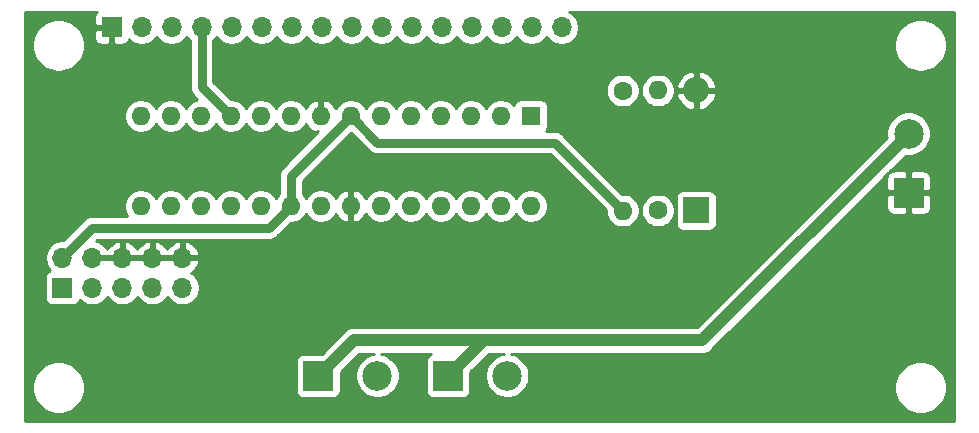
<source format=gbr>
%TF.GenerationSoftware,KiCad,Pcbnew,5.1.6*%
%TF.CreationDate,2020-08-16T16:00:55+02:00*%
%TF.ProjectId,volume_detection,766f6c75-6d65-45f6-9465-74656374696f,rev?*%
%TF.SameCoordinates,Original*%
%TF.FileFunction,Copper,L2,Bot*%
%TF.FilePolarity,Positive*%
%FSLAX46Y46*%
G04 Gerber Fmt 4.6, Leading zero omitted, Abs format (unit mm)*
G04 Created by KiCad (PCBNEW 5.1.6) date 2020-08-16 16:00:55*
%MOMM*%
%LPD*%
G01*
G04 APERTURE LIST*
%TA.AperFunction,ComponentPad*%
%ADD10O,1.600000X1.600000*%
%TD*%
%TA.AperFunction,ComponentPad*%
%ADD11C,1.600000*%
%TD*%
%TA.AperFunction,ComponentPad*%
%ADD12R,2.200000X2.200000*%
%TD*%
%TA.AperFunction,ComponentPad*%
%ADD13O,2.200000X2.200000*%
%TD*%
%TA.AperFunction,ComponentPad*%
%ADD14R,1.700000X1.700000*%
%TD*%
%TA.AperFunction,ComponentPad*%
%ADD15O,1.700000X1.700000*%
%TD*%
%TA.AperFunction,ComponentPad*%
%ADD16R,2.500000X2.500000*%
%TD*%
%TA.AperFunction,ComponentPad*%
%ADD17C,2.500000*%
%TD*%
%TA.AperFunction,ComponentPad*%
%ADD18R,1.600000X1.600000*%
%TD*%
%TA.AperFunction,Conductor*%
%ADD19C,1.000000*%
%TD*%
%TA.AperFunction,Conductor*%
%ADD20C,0.750000*%
%TD*%
%TA.AperFunction,Conductor*%
%ADD21C,0.254000*%
%TD*%
G04 APERTURE END LIST*
D10*
%TO.P,L2,2*%
%TO.N,+5V*%
X101269800Y-141503400D03*
D11*
%TO.P,L2,1*%
%TO.N,Net-(Co1-Pad1)*%
X101269800Y-131343400D03*
%TD*%
D12*
%TO.P,D1,1*%
%TO.N,Net-(D1-Pad1)*%
X107500000Y-141500000D03*
D13*
%TO.P,D1,2*%
%TO.N,GND*%
X107500000Y-131340000D03*
%TD*%
D14*
%TO.P,J1,1*%
%TO.N,/MOSI*%
X53840000Y-148040000D03*
D15*
%TO.P,J1,2*%
%TO.N,+5V*%
X53840000Y-145500000D03*
%TO.P,J1,3*%
%TO.N,Net-(J1-Pad3)*%
X56380000Y-148040000D03*
%TO.P,J1,4*%
%TO.N,GND*%
X56380000Y-145500000D03*
%TO.P,J1,5*%
%TO.N,/RST*%
X58920000Y-148040000D03*
%TO.P,J1,6*%
%TO.N,GND*%
X58920000Y-145500000D03*
%TO.P,J1,7*%
%TO.N,/SCK*%
X61460000Y-148040000D03*
%TO.P,J1,8*%
%TO.N,GND*%
X61460000Y-145500000D03*
%TO.P,J1,9*%
%TO.N,/MISO*%
X64000000Y-148040000D03*
%TO.P,J1,10*%
%TO.N,GND*%
X64000000Y-145500000D03*
%TD*%
D16*
%TO.P,J2,1*%
%TO.N,+12V*%
X75500000Y-155500000D03*
D17*
%TO.P,J2,2*%
%TO.N,Net-(J2-Pad2)*%
X80500000Y-155500000D03*
%TD*%
D16*
%TO.P,J3,1*%
%TO.N,+12V*%
X86500000Y-155500000D03*
D17*
%TO.P,J3,2*%
%TO.N,Net-(J3-Pad2)*%
X91500000Y-155500000D03*
%TD*%
%TO.P,J4,2*%
%TO.N,+12V*%
X125500000Y-135000000D03*
D16*
%TO.P,J4,1*%
%TO.N,GND*%
X125500000Y-140000000D03*
%TD*%
D11*
%TO.P,L1,1*%
%TO.N,Net-(D1-Pad1)*%
X104250000Y-141500000D03*
D10*
%TO.P,L1,2*%
%TO.N,Net-(Co1-Pad1)*%
X104250000Y-131340000D03*
%TD*%
D14*
%TO.P,LCd1,1*%
%TO.N,GND*%
X58000000Y-126000000D03*
D15*
%TO.P,LCd1,2*%
%TO.N,+5V*%
X60540000Y-126000000D03*
%TO.P,LCd1,3*%
%TO.N,Net-(LCd1-Pad3)*%
X63080000Y-126000000D03*
%TO.P,LCd1,4*%
%TO.N,/RS*%
X65620000Y-126000000D03*
%TO.P,LCd1,5*%
%TO.N,Net-(LCd1-Pad5)*%
X68160000Y-126000000D03*
%TO.P,LCd1,6*%
%TO.N,/EN*%
X70700000Y-126000000D03*
%TO.P,LCd1,7*%
%TO.N,Net-(LCd1-Pad7)*%
X73240000Y-126000000D03*
%TO.P,LCd1,8*%
%TO.N,Net-(LCd1-Pad8)*%
X75780000Y-126000000D03*
%TO.P,LCd1,9*%
%TO.N,Net-(LCd1-Pad9)*%
X78320000Y-126000000D03*
%TO.P,LCd1,10*%
%TO.N,Net-(LCd1-Pad10)*%
X80860000Y-126000000D03*
%TO.P,LCd1,11*%
%TO.N,/D4*%
X83400000Y-126000000D03*
%TO.P,LCd1,12*%
%TO.N,/D5*%
X85940000Y-126000000D03*
%TO.P,LCd1,13*%
%TO.N,/D6*%
X88480000Y-126000000D03*
%TO.P,LCd1,14*%
%TO.N,/D7*%
X91020000Y-126000000D03*
%TO.P,LCd1,15*%
%TO.N,Net-(LCd1-Pad15)*%
X93560000Y-126000000D03*
%TO.P,LCd1,16*%
%TO.N,Net-(LCd1-Pad16)*%
X96100000Y-126000000D03*
%TD*%
D18*
%TO.P,U2,1*%
%TO.N,/RST*%
X93500000Y-133500000D03*
D10*
%TO.P,U2,15*%
%TO.N,Net-(U2-Pad15)*%
X60480000Y-141120000D03*
%TO.P,U2,2*%
%TO.N,/D7*%
X90960000Y-133500000D03*
%TO.P,U2,16*%
%TO.N,Net-(U2-Pad16)*%
X63020000Y-141120000D03*
%TO.P,U2,3*%
%TO.N,/D6*%
X88420000Y-133500000D03*
%TO.P,U2,17*%
%TO.N,/MOSI*%
X65560000Y-141120000D03*
%TO.P,U2,4*%
%TO.N,/D5*%
X85880000Y-133500000D03*
%TO.P,U2,18*%
%TO.N,/MISO*%
X68100000Y-141120000D03*
%TO.P,U2,5*%
%TO.N,/D4*%
X83340000Y-133500000D03*
%TO.P,U2,19*%
%TO.N,/SCK*%
X70640000Y-141120000D03*
%TO.P,U2,6*%
%TO.N,/EN*%
X80800000Y-133500000D03*
%TO.P,U2,20*%
%TO.N,+5V*%
X73180000Y-141120000D03*
%TO.P,U2,7*%
X78260000Y-133500000D03*
%TO.P,U2,21*%
%TO.N,Net-(U2-Pad21)*%
X75720000Y-141120000D03*
%TO.P,U2,8*%
%TO.N,GND*%
X75720000Y-133500000D03*
%TO.P,U2,22*%
X78260000Y-141120000D03*
%TO.P,U2,9*%
%TO.N,Net-(U2-Pad9)*%
X73180000Y-133500000D03*
%TO.P,U2,23*%
%TO.N,/SEN1*%
X80800000Y-141120000D03*
%TO.P,U2,10*%
%TO.N,Net-(U2-Pad10)*%
X70640000Y-133500000D03*
%TO.P,U2,24*%
%TO.N,/SEN2*%
X83340000Y-141120000D03*
%TO.P,U2,11*%
%TO.N,/RS*%
X68100000Y-133500000D03*
%TO.P,U2,25*%
%TO.N,Net-(U2-Pad25)*%
X85880000Y-141120000D03*
%TO.P,U2,12*%
%TO.N,Net-(U2-Pad12)*%
X65560000Y-133500000D03*
%TO.P,U2,26*%
%TO.N,Net-(U2-Pad26)*%
X88420000Y-141120000D03*
%TO.P,U2,13*%
%TO.N,Net-(U2-Pad13)*%
X63020000Y-133500000D03*
%TO.P,U2,27*%
%TO.N,Net-(U2-Pad27)*%
X90960000Y-141120000D03*
%TO.P,U2,14*%
%TO.N,Net-(U2-Pad14)*%
X60480000Y-133500000D03*
%TO.P,U2,28*%
%TO.N,Net-(U2-Pad28)*%
X93500000Y-141120000D03*
%TD*%
D19*
%TO.N,+12V*%
X89500000Y-152500000D02*
X86500000Y-155500000D01*
X108000000Y-152500000D02*
X89500000Y-152500000D01*
X125500000Y-135000000D02*
X108000000Y-152500000D01*
X78500000Y-152500000D02*
X89500000Y-152500000D01*
X75500000Y-155500000D02*
X78500000Y-152500000D01*
D20*
%TO.N,+5V*%
X95516400Y-135750000D02*
X101269800Y-141503400D01*
X80510000Y-135750000D02*
X95516400Y-135750000D01*
X78260000Y-133500000D02*
X80510000Y-135750000D01*
X73180000Y-138580000D02*
X78260000Y-133500000D01*
X73180000Y-141120000D02*
X73180000Y-138580000D01*
X56340000Y-143000000D02*
X53840000Y-145500000D01*
X71300000Y-143000000D02*
X56340000Y-143000000D01*
X73180000Y-141120000D02*
X71300000Y-143000000D01*
%TO.N,/RS*%
X65620000Y-131020000D02*
X65620000Y-126000000D01*
X68100000Y-133500000D02*
X65620000Y-131020000D01*
%TD*%
D21*
%TO.N,GND*%
G36*
X56698815Y-124698815D02*
G01*
X56619463Y-124795506D01*
X56560498Y-124905820D01*
X56524188Y-125025518D01*
X56511928Y-125150000D01*
X56515000Y-125714250D01*
X56673750Y-125873000D01*
X57873000Y-125873000D01*
X57873000Y-125853000D01*
X58127000Y-125853000D01*
X58127000Y-125873000D01*
X58147000Y-125873000D01*
X58147000Y-126127000D01*
X58127000Y-126127000D01*
X58127000Y-127326250D01*
X58285750Y-127485000D01*
X58850000Y-127488072D01*
X58974482Y-127475812D01*
X59094180Y-127439502D01*
X59204494Y-127380537D01*
X59301185Y-127301185D01*
X59380537Y-127204494D01*
X59439502Y-127094180D01*
X59461513Y-127021620D01*
X59593368Y-127153475D01*
X59836589Y-127315990D01*
X60106842Y-127427932D01*
X60393740Y-127485000D01*
X60686260Y-127485000D01*
X60973158Y-127427932D01*
X61243411Y-127315990D01*
X61486632Y-127153475D01*
X61693475Y-126946632D01*
X61810000Y-126772240D01*
X61926525Y-126946632D01*
X62133368Y-127153475D01*
X62376589Y-127315990D01*
X62646842Y-127427932D01*
X62933740Y-127485000D01*
X63226260Y-127485000D01*
X63513158Y-127427932D01*
X63783411Y-127315990D01*
X64026632Y-127153475D01*
X64233475Y-126946632D01*
X64350000Y-126772240D01*
X64466525Y-126946632D01*
X64610001Y-127090108D01*
X64610000Y-130970392D01*
X64605114Y-131020000D01*
X64610000Y-131069607D01*
X64624615Y-131217993D01*
X64682368Y-131408379D01*
X64776153Y-131583840D01*
X64902367Y-131737633D01*
X64940906Y-131769261D01*
X65266844Y-132095199D01*
X65141426Y-132120147D01*
X64880273Y-132228320D01*
X64645241Y-132385363D01*
X64445363Y-132585241D01*
X64290000Y-132817759D01*
X64134637Y-132585241D01*
X63934759Y-132385363D01*
X63699727Y-132228320D01*
X63438574Y-132120147D01*
X63161335Y-132065000D01*
X62878665Y-132065000D01*
X62601426Y-132120147D01*
X62340273Y-132228320D01*
X62105241Y-132385363D01*
X61905363Y-132585241D01*
X61750000Y-132817759D01*
X61594637Y-132585241D01*
X61394759Y-132385363D01*
X61159727Y-132228320D01*
X60898574Y-132120147D01*
X60621335Y-132065000D01*
X60338665Y-132065000D01*
X60061426Y-132120147D01*
X59800273Y-132228320D01*
X59565241Y-132385363D01*
X59365363Y-132585241D01*
X59208320Y-132820273D01*
X59100147Y-133081426D01*
X59045000Y-133358665D01*
X59045000Y-133641335D01*
X59100147Y-133918574D01*
X59208320Y-134179727D01*
X59365363Y-134414759D01*
X59565241Y-134614637D01*
X59800273Y-134771680D01*
X60061426Y-134879853D01*
X60338665Y-134935000D01*
X60621335Y-134935000D01*
X60898574Y-134879853D01*
X61159727Y-134771680D01*
X61394759Y-134614637D01*
X61594637Y-134414759D01*
X61750000Y-134182241D01*
X61905363Y-134414759D01*
X62105241Y-134614637D01*
X62340273Y-134771680D01*
X62601426Y-134879853D01*
X62878665Y-134935000D01*
X63161335Y-134935000D01*
X63438574Y-134879853D01*
X63699727Y-134771680D01*
X63934759Y-134614637D01*
X64134637Y-134414759D01*
X64290000Y-134182241D01*
X64445363Y-134414759D01*
X64645241Y-134614637D01*
X64880273Y-134771680D01*
X65141426Y-134879853D01*
X65418665Y-134935000D01*
X65701335Y-134935000D01*
X65978574Y-134879853D01*
X66239727Y-134771680D01*
X66474759Y-134614637D01*
X66674637Y-134414759D01*
X66830000Y-134182241D01*
X66985363Y-134414759D01*
X67185241Y-134614637D01*
X67420273Y-134771680D01*
X67681426Y-134879853D01*
X67958665Y-134935000D01*
X68241335Y-134935000D01*
X68518574Y-134879853D01*
X68779727Y-134771680D01*
X69014759Y-134614637D01*
X69214637Y-134414759D01*
X69370000Y-134182241D01*
X69525363Y-134414759D01*
X69725241Y-134614637D01*
X69960273Y-134771680D01*
X70221426Y-134879853D01*
X70498665Y-134935000D01*
X70781335Y-134935000D01*
X71058574Y-134879853D01*
X71319727Y-134771680D01*
X71554759Y-134614637D01*
X71754637Y-134414759D01*
X71910000Y-134182241D01*
X72065363Y-134414759D01*
X72265241Y-134614637D01*
X72500273Y-134771680D01*
X72761426Y-134879853D01*
X73038665Y-134935000D01*
X73321335Y-134935000D01*
X73598574Y-134879853D01*
X73859727Y-134771680D01*
X74094759Y-134614637D01*
X74294637Y-134414759D01*
X74451680Y-134179727D01*
X74456067Y-134169135D01*
X74567615Y-134355131D01*
X74756586Y-134563519D01*
X74982580Y-134731037D01*
X75236913Y-134851246D01*
X75370961Y-134891904D01*
X75523602Y-134808043D01*
X72500901Y-137830744D01*
X72462368Y-137862367D01*
X72430745Y-137900900D01*
X72430744Y-137900901D01*
X72336154Y-138016160D01*
X72242368Y-138191621D01*
X72184615Y-138382006D01*
X72165114Y-138580000D01*
X72170001Y-138629617D01*
X72170000Y-140100604D01*
X72065363Y-140205241D01*
X71910000Y-140437759D01*
X71754637Y-140205241D01*
X71554759Y-140005363D01*
X71319727Y-139848320D01*
X71058574Y-139740147D01*
X70781335Y-139685000D01*
X70498665Y-139685000D01*
X70221426Y-139740147D01*
X69960273Y-139848320D01*
X69725241Y-140005363D01*
X69525363Y-140205241D01*
X69370000Y-140437759D01*
X69214637Y-140205241D01*
X69014759Y-140005363D01*
X68779727Y-139848320D01*
X68518574Y-139740147D01*
X68241335Y-139685000D01*
X67958665Y-139685000D01*
X67681426Y-139740147D01*
X67420273Y-139848320D01*
X67185241Y-140005363D01*
X66985363Y-140205241D01*
X66830000Y-140437759D01*
X66674637Y-140205241D01*
X66474759Y-140005363D01*
X66239727Y-139848320D01*
X65978574Y-139740147D01*
X65701335Y-139685000D01*
X65418665Y-139685000D01*
X65141426Y-139740147D01*
X64880273Y-139848320D01*
X64645241Y-140005363D01*
X64445363Y-140205241D01*
X64290000Y-140437759D01*
X64134637Y-140205241D01*
X63934759Y-140005363D01*
X63699727Y-139848320D01*
X63438574Y-139740147D01*
X63161335Y-139685000D01*
X62878665Y-139685000D01*
X62601426Y-139740147D01*
X62340273Y-139848320D01*
X62105241Y-140005363D01*
X61905363Y-140205241D01*
X61750000Y-140437759D01*
X61594637Y-140205241D01*
X61394759Y-140005363D01*
X61159727Y-139848320D01*
X60898574Y-139740147D01*
X60621335Y-139685000D01*
X60338665Y-139685000D01*
X60061426Y-139740147D01*
X59800273Y-139848320D01*
X59565241Y-140005363D01*
X59365363Y-140205241D01*
X59208320Y-140440273D01*
X59100147Y-140701426D01*
X59045000Y-140978665D01*
X59045000Y-141261335D01*
X59100147Y-141538574D01*
X59208320Y-141799727D01*
X59335456Y-141990000D01*
X56389608Y-141990000D01*
X56340000Y-141985114D01*
X56142005Y-142004615D01*
X55967232Y-142057632D01*
X55951620Y-142062368D01*
X55776160Y-142156153D01*
X55622367Y-142282367D01*
X55590744Y-142320900D01*
X53896645Y-144015000D01*
X53693740Y-144015000D01*
X53406842Y-144072068D01*
X53136589Y-144184010D01*
X52893368Y-144346525D01*
X52686525Y-144553368D01*
X52524010Y-144796589D01*
X52412068Y-145066842D01*
X52355000Y-145353740D01*
X52355000Y-145646260D01*
X52412068Y-145933158D01*
X52524010Y-146203411D01*
X52686525Y-146446632D01*
X52818380Y-146578487D01*
X52745820Y-146600498D01*
X52635506Y-146659463D01*
X52538815Y-146738815D01*
X52459463Y-146835506D01*
X52400498Y-146945820D01*
X52364188Y-147065518D01*
X52351928Y-147190000D01*
X52351928Y-148890000D01*
X52364188Y-149014482D01*
X52400498Y-149134180D01*
X52459463Y-149244494D01*
X52538815Y-149341185D01*
X52635506Y-149420537D01*
X52745820Y-149479502D01*
X52865518Y-149515812D01*
X52990000Y-149528072D01*
X54690000Y-149528072D01*
X54814482Y-149515812D01*
X54934180Y-149479502D01*
X55044494Y-149420537D01*
X55141185Y-149341185D01*
X55220537Y-149244494D01*
X55279502Y-149134180D01*
X55301513Y-149061620D01*
X55433368Y-149193475D01*
X55676589Y-149355990D01*
X55946842Y-149467932D01*
X56233740Y-149525000D01*
X56526260Y-149525000D01*
X56813158Y-149467932D01*
X57083411Y-149355990D01*
X57326632Y-149193475D01*
X57533475Y-148986632D01*
X57650000Y-148812240D01*
X57766525Y-148986632D01*
X57973368Y-149193475D01*
X58216589Y-149355990D01*
X58486842Y-149467932D01*
X58773740Y-149525000D01*
X59066260Y-149525000D01*
X59353158Y-149467932D01*
X59623411Y-149355990D01*
X59866632Y-149193475D01*
X60073475Y-148986632D01*
X60190000Y-148812240D01*
X60306525Y-148986632D01*
X60513368Y-149193475D01*
X60756589Y-149355990D01*
X61026842Y-149467932D01*
X61313740Y-149525000D01*
X61606260Y-149525000D01*
X61893158Y-149467932D01*
X62163411Y-149355990D01*
X62406632Y-149193475D01*
X62613475Y-148986632D01*
X62730000Y-148812240D01*
X62846525Y-148986632D01*
X63053368Y-149193475D01*
X63296589Y-149355990D01*
X63566842Y-149467932D01*
X63853740Y-149525000D01*
X64146260Y-149525000D01*
X64433158Y-149467932D01*
X64703411Y-149355990D01*
X64946632Y-149193475D01*
X65153475Y-148986632D01*
X65315990Y-148743411D01*
X65427932Y-148473158D01*
X65485000Y-148186260D01*
X65485000Y-147893740D01*
X65427932Y-147606842D01*
X65315990Y-147336589D01*
X65153475Y-147093368D01*
X64946632Y-146886525D01*
X64770594Y-146768900D01*
X65000269Y-146597588D01*
X65195178Y-146381355D01*
X65344157Y-146131252D01*
X65441481Y-145856891D01*
X65320814Y-145627000D01*
X64127000Y-145627000D01*
X64127000Y-145647000D01*
X63873000Y-145647000D01*
X63873000Y-145627000D01*
X61587000Y-145627000D01*
X61587000Y-145647000D01*
X61333000Y-145647000D01*
X61333000Y-145627000D01*
X59047000Y-145627000D01*
X59047000Y-145647000D01*
X58793000Y-145647000D01*
X58793000Y-145627000D01*
X56507000Y-145627000D01*
X56507000Y-145647000D01*
X56253000Y-145647000D01*
X56253000Y-145627000D01*
X56233000Y-145627000D01*
X56233000Y-145373000D01*
X56253000Y-145373000D01*
X56253000Y-145353000D01*
X56507000Y-145353000D01*
X56507000Y-145373000D01*
X58793000Y-145373000D01*
X58793000Y-144179845D01*
X59047000Y-144179845D01*
X59047000Y-145373000D01*
X61333000Y-145373000D01*
X61333000Y-144179845D01*
X61587000Y-144179845D01*
X61587000Y-145373000D01*
X63873000Y-145373000D01*
X63873000Y-144179845D01*
X64127000Y-144179845D01*
X64127000Y-145373000D01*
X65320814Y-145373000D01*
X65441481Y-145143109D01*
X65344157Y-144868748D01*
X65195178Y-144618645D01*
X65000269Y-144402412D01*
X64766920Y-144228359D01*
X64504099Y-144103175D01*
X64356890Y-144058524D01*
X64127000Y-144179845D01*
X63873000Y-144179845D01*
X63643110Y-144058524D01*
X63495901Y-144103175D01*
X63233080Y-144228359D01*
X62999731Y-144402412D01*
X62804822Y-144618645D01*
X62730000Y-144744255D01*
X62655178Y-144618645D01*
X62460269Y-144402412D01*
X62226920Y-144228359D01*
X61964099Y-144103175D01*
X61816890Y-144058524D01*
X61587000Y-144179845D01*
X61333000Y-144179845D01*
X61103110Y-144058524D01*
X60955901Y-144103175D01*
X60693080Y-144228359D01*
X60459731Y-144402412D01*
X60264822Y-144618645D01*
X60190000Y-144744255D01*
X60115178Y-144618645D01*
X59920269Y-144402412D01*
X59686920Y-144228359D01*
X59424099Y-144103175D01*
X59276890Y-144058524D01*
X59047000Y-144179845D01*
X58793000Y-144179845D01*
X58563110Y-144058524D01*
X58415901Y-144103175D01*
X58153080Y-144228359D01*
X57919731Y-144402412D01*
X57724822Y-144618645D01*
X57650000Y-144744255D01*
X57575178Y-144618645D01*
X57380269Y-144402412D01*
X57146920Y-144228359D01*
X56884099Y-144103175D01*
X56736890Y-144058524D01*
X56679596Y-144088760D01*
X56758356Y-144010000D01*
X71250392Y-144010000D01*
X71300000Y-144014886D01*
X71497994Y-143995385D01*
X71688380Y-143937632D01*
X71863840Y-143843847D01*
X72017633Y-143717633D01*
X72049261Y-143679094D01*
X73173356Y-142555000D01*
X73321335Y-142555000D01*
X73598574Y-142499853D01*
X73859727Y-142391680D01*
X74094759Y-142234637D01*
X74294637Y-142034759D01*
X74450000Y-141802241D01*
X74605363Y-142034759D01*
X74805241Y-142234637D01*
X75040273Y-142391680D01*
X75301426Y-142499853D01*
X75578665Y-142555000D01*
X75861335Y-142555000D01*
X76138574Y-142499853D01*
X76399727Y-142391680D01*
X76634759Y-142234637D01*
X76834637Y-142034759D01*
X76991680Y-141799727D01*
X76996067Y-141789135D01*
X77107615Y-141975131D01*
X77296586Y-142183519D01*
X77522580Y-142351037D01*
X77776913Y-142471246D01*
X77910961Y-142511904D01*
X78133000Y-142389915D01*
X78133000Y-141247000D01*
X78113000Y-141247000D01*
X78113000Y-140993000D01*
X78133000Y-140993000D01*
X78133000Y-139850085D01*
X78387000Y-139850085D01*
X78387000Y-140993000D01*
X78407000Y-140993000D01*
X78407000Y-141247000D01*
X78387000Y-141247000D01*
X78387000Y-142389915D01*
X78609039Y-142511904D01*
X78743087Y-142471246D01*
X78997420Y-142351037D01*
X79223414Y-142183519D01*
X79412385Y-141975131D01*
X79523933Y-141789135D01*
X79528320Y-141799727D01*
X79685363Y-142034759D01*
X79885241Y-142234637D01*
X80120273Y-142391680D01*
X80381426Y-142499853D01*
X80658665Y-142555000D01*
X80941335Y-142555000D01*
X81218574Y-142499853D01*
X81479727Y-142391680D01*
X81714759Y-142234637D01*
X81914637Y-142034759D01*
X82070000Y-141802241D01*
X82225363Y-142034759D01*
X82425241Y-142234637D01*
X82660273Y-142391680D01*
X82921426Y-142499853D01*
X83198665Y-142555000D01*
X83481335Y-142555000D01*
X83758574Y-142499853D01*
X84019727Y-142391680D01*
X84254759Y-142234637D01*
X84454637Y-142034759D01*
X84610000Y-141802241D01*
X84765363Y-142034759D01*
X84965241Y-142234637D01*
X85200273Y-142391680D01*
X85461426Y-142499853D01*
X85738665Y-142555000D01*
X86021335Y-142555000D01*
X86298574Y-142499853D01*
X86559727Y-142391680D01*
X86794759Y-142234637D01*
X86994637Y-142034759D01*
X87150000Y-141802241D01*
X87305363Y-142034759D01*
X87505241Y-142234637D01*
X87740273Y-142391680D01*
X88001426Y-142499853D01*
X88278665Y-142555000D01*
X88561335Y-142555000D01*
X88838574Y-142499853D01*
X89099727Y-142391680D01*
X89334759Y-142234637D01*
X89534637Y-142034759D01*
X89690000Y-141802241D01*
X89845363Y-142034759D01*
X90045241Y-142234637D01*
X90280273Y-142391680D01*
X90541426Y-142499853D01*
X90818665Y-142555000D01*
X91101335Y-142555000D01*
X91378574Y-142499853D01*
X91639727Y-142391680D01*
X91874759Y-142234637D01*
X92074637Y-142034759D01*
X92230000Y-141802241D01*
X92385363Y-142034759D01*
X92585241Y-142234637D01*
X92820273Y-142391680D01*
X93081426Y-142499853D01*
X93358665Y-142555000D01*
X93641335Y-142555000D01*
X93918574Y-142499853D01*
X94179727Y-142391680D01*
X94414759Y-142234637D01*
X94614637Y-142034759D01*
X94771680Y-141799727D01*
X94879853Y-141538574D01*
X94935000Y-141261335D01*
X94935000Y-140978665D01*
X94879853Y-140701426D01*
X94771680Y-140440273D01*
X94614637Y-140205241D01*
X94414759Y-140005363D01*
X94179727Y-139848320D01*
X93918574Y-139740147D01*
X93641335Y-139685000D01*
X93358665Y-139685000D01*
X93081426Y-139740147D01*
X92820273Y-139848320D01*
X92585241Y-140005363D01*
X92385363Y-140205241D01*
X92230000Y-140437759D01*
X92074637Y-140205241D01*
X91874759Y-140005363D01*
X91639727Y-139848320D01*
X91378574Y-139740147D01*
X91101335Y-139685000D01*
X90818665Y-139685000D01*
X90541426Y-139740147D01*
X90280273Y-139848320D01*
X90045241Y-140005363D01*
X89845363Y-140205241D01*
X89690000Y-140437759D01*
X89534637Y-140205241D01*
X89334759Y-140005363D01*
X89099727Y-139848320D01*
X88838574Y-139740147D01*
X88561335Y-139685000D01*
X88278665Y-139685000D01*
X88001426Y-139740147D01*
X87740273Y-139848320D01*
X87505241Y-140005363D01*
X87305363Y-140205241D01*
X87150000Y-140437759D01*
X86994637Y-140205241D01*
X86794759Y-140005363D01*
X86559727Y-139848320D01*
X86298574Y-139740147D01*
X86021335Y-139685000D01*
X85738665Y-139685000D01*
X85461426Y-139740147D01*
X85200273Y-139848320D01*
X84965241Y-140005363D01*
X84765363Y-140205241D01*
X84610000Y-140437759D01*
X84454637Y-140205241D01*
X84254759Y-140005363D01*
X84019727Y-139848320D01*
X83758574Y-139740147D01*
X83481335Y-139685000D01*
X83198665Y-139685000D01*
X82921426Y-139740147D01*
X82660273Y-139848320D01*
X82425241Y-140005363D01*
X82225363Y-140205241D01*
X82070000Y-140437759D01*
X81914637Y-140205241D01*
X81714759Y-140005363D01*
X81479727Y-139848320D01*
X81218574Y-139740147D01*
X80941335Y-139685000D01*
X80658665Y-139685000D01*
X80381426Y-139740147D01*
X80120273Y-139848320D01*
X79885241Y-140005363D01*
X79685363Y-140205241D01*
X79528320Y-140440273D01*
X79523933Y-140450865D01*
X79412385Y-140264869D01*
X79223414Y-140056481D01*
X78997420Y-139888963D01*
X78743087Y-139768754D01*
X78609039Y-139728096D01*
X78387000Y-139850085D01*
X78133000Y-139850085D01*
X77910961Y-139728096D01*
X77776913Y-139768754D01*
X77522580Y-139888963D01*
X77296586Y-140056481D01*
X77107615Y-140264869D01*
X76996067Y-140450865D01*
X76991680Y-140440273D01*
X76834637Y-140205241D01*
X76634759Y-140005363D01*
X76399727Y-139848320D01*
X76138574Y-139740147D01*
X75861335Y-139685000D01*
X75578665Y-139685000D01*
X75301426Y-139740147D01*
X75040273Y-139848320D01*
X74805241Y-140005363D01*
X74605363Y-140205241D01*
X74450000Y-140437759D01*
X74294637Y-140205241D01*
X74190000Y-140100604D01*
X74190000Y-138998355D01*
X78253356Y-134935000D01*
X78266645Y-134935000D01*
X79760743Y-136429099D01*
X79792367Y-136467633D01*
X79946160Y-136593847D01*
X80089505Y-136670466D01*
X80121620Y-136687632D01*
X80312005Y-136745385D01*
X80510000Y-136764886D01*
X80559608Y-136760000D01*
X95098045Y-136760000D01*
X99834800Y-141496755D01*
X99834800Y-141644735D01*
X99889947Y-141921974D01*
X99998120Y-142183127D01*
X100155163Y-142418159D01*
X100355041Y-142618037D01*
X100590073Y-142775080D01*
X100851226Y-142883253D01*
X101128465Y-142938400D01*
X101411135Y-142938400D01*
X101688374Y-142883253D01*
X101949527Y-142775080D01*
X102184559Y-142618037D01*
X102384437Y-142418159D01*
X102541480Y-142183127D01*
X102649653Y-141921974D01*
X102704800Y-141644735D01*
X102704800Y-141362065D01*
X102704124Y-141358665D01*
X102815000Y-141358665D01*
X102815000Y-141641335D01*
X102870147Y-141918574D01*
X102978320Y-142179727D01*
X103135363Y-142414759D01*
X103335241Y-142614637D01*
X103570273Y-142771680D01*
X103831426Y-142879853D01*
X104108665Y-142935000D01*
X104391335Y-142935000D01*
X104668574Y-142879853D01*
X104929727Y-142771680D01*
X105164759Y-142614637D01*
X105364637Y-142414759D01*
X105521680Y-142179727D01*
X105629853Y-141918574D01*
X105685000Y-141641335D01*
X105685000Y-141358665D01*
X105629853Y-141081426D01*
X105521680Y-140820273D01*
X105364637Y-140585241D01*
X105179396Y-140400000D01*
X105761928Y-140400000D01*
X105761928Y-142600000D01*
X105774188Y-142724482D01*
X105810498Y-142844180D01*
X105869463Y-142954494D01*
X105948815Y-143051185D01*
X106045506Y-143130537D01*
X106155820Y-143189502D01*
X106275518Y-143225812D01*
X106400000Y-143238072D01*
X108600000Y-143238072D01*
X108724482Y-143225812D01*
X108844180Y-143189502D01*
X108954494Y-143130537D01*
X109051185Y-143051185D01*
X109130537Y-142954494D01*
X109189502Y-142844180D01*
X109225812Y-142724482D01*
X109238072Y-142600000D01*
X109238072Y-140400000D01*
X109225812Y-140275518D01*
X109189502Y-140155820D01*
X109130537Y-140045506D01*
X109051185Y-139948815D01*
X108954494Y-139869463D01*
X108844180Y-139810498D01*
X108724482Y-139774188D01*
X108600000Y-139761928D01*
X106400000Y-139761928D01*
X106275518Y-139774188D01*
X106155820Y-139810498D01*
X106045506Y-139869463D01*
X105948815Y-139948815D01*
X105869463Y-140045506D01*
X105810498Y-140155820D01*
X105774188Y-140275518D01*
X105761928Y-140400000D01*
X105179396Y-140400000D01*
X105164759Y-140385363D01*
X104929727Y-140228320D01*
X104668574Y-140120147D01*
X104391335Y-140065000D01*
X104108665Y-140065000D01*
X103831426Y-140120147D01*
X103570273Y-140228320D01*
X103335241Y-140385363D01*
X103135363Y-140585241D01*
X102978320Y-140820273D01*
X102870147Y-141081426D01*
X102815000Y-141358665D01*
X102704124Y-141358665D01*
X102649653Y-141084826D01*
X102541480Y-140823673D01*
X102384437Y-140588641D01*
X102184559Y-140388763D01*
X101949527Y-140231720D01*
X101688374Y-140123547D01*
X101411135Y-140068400D01*
X101263155Y-140068400D01*
X96265661Y-135070906D01*
X96234033Y-135032367D01*
X96080240Y-134906153D01*
X95904780Y-134812368D01*
X95714394Y-134754615D01*
X95566008Y-134740000D01*
X95516400Y-134735114D01*
X95466792Y-134740000D01*
X94760364Y-134740000D01*
X94830537Y-134654494D01*
X94889502Y-134544180D01*
X94925812Y-134424482D01*
X94938072Y-134300000D01*
X94938072Y-132700000D01*
X94925812Y-132575518D01*
X94889502Y-132455820D01*
X94830537Y-132345506D01*
X94751185Y-132248815D01*
X94654494Y-132169463D01*
X94544180Y-132110498D01*
X94424482Y-132074188D01*
X94300000Y-132061928D01*
X92700000Y-132061928D01*
X92575518Y-132074188D01*
X92455820Y-132110498D01*
X92345506Y-132169463D01*
X92248815Y-132248815D01*
X92169463Y-132345506D01*
X92110498Y-132455820D01*
X92074188Y-132575518D01*
X92073357Y-132583961D01*
X91874759Y-132385363D01*
X91639727Y-132228320D01*
X91378574Y-132120147D01*
X91101335Y-132065000D01*
X90818665Y-132065000D01*
X90541426Y-132120147D01*
X90280273Y-132228320D01*
X90045241Y-132385363D01*
X89845363Y-132585241D01*
X89690000Y-132817759D01*
X89534637Y-132585241D01*
X89334759Y-132385363D01*
X89099727Y-132228320D01*
X88838574Y-132120147D01*
X88561335Y-132065000D01*
X88278665Y-132065000D01*
X88001426Y-132120147D01*
X87740273Y-132228320D01*
X87505241Y-132385363D01*
X87305363Y-132585241D01*
X87150000Y-132817759D01*
X86994637Y-132585241D01*
X86794759Y-132385363D01*
X86559727Y-132228320D01*
X86298574Y-132120147D01*
X86021335Y-132065000D01*
X85738665Y-132065000D01*
X85461426Y-132120147D01*
X85200273Y-132228320D01*
X84965241Y-132385363D01*
X84765363Y-132585241D01*
X84610000Y-132817759D01*
X84454637Y-132585241D01*
X84254759Y-132385363D01*
X84019727Y-132228320D01*
X83758574Y-132120147D01*
X83481335Y-132065000D01*
X83198665Y-132065000D01*
X82921426Y-132120147D01*
X82660273Y-132228320D01*
X82425241Y-132385363D01*
X82225363Y-132585241D01*
X82070000Y-132817759D01*
X81914637Y-132585241D01*
X81714759Y-132385363D01*
X81479727Y-132228320D01*
X81218574Y-132120147D01*
X80941335Y-132065000D01*
X80658665Y-132065000D01*
X80381426Y-132120147D01*
X80120273Y-132228320D01*
X79885241Y-132385363D01*
X79685363Y-132585241D01*
X79530000Y-132817759D01*
X79374637Y-132585241D01*
X79174759Y-132385363D01*
X78939727Y-132228320D01*
X78678574Y-132120147D01*
X78401335Y-132065000D01*
X78118665Y-132065000D01*
X77841426Y-132120147D01*
X77580273Y-132228320D01*
X77345241Y-132385363D01*
X77145363Y-132585241D01*
X76988320Y-132820273D01*
X76983933Y-132830865D01*
X76872385Y-132644869D01*
X76683414Y-132436481D01*
X76457420Y-132268963D01*
X76203087Y-132148754D01*
X76069039Y-132108096D01*
X75847000Y-132230085D01*
X75847000Y-133373000D01*
X75867000Y-133373000D01*
X75867000Y-133627000D01*
X75847000Y-133627000D01*
X75847000Y-133647000D01*
X75593000Y-133647000D01*
X75593000Y-133627000D01*
X75573000Y-133627000D01*
X75573000Y-133373000D01*
X75593000Y-133373000D01*
X75593000Y-132230085D01*
X75370961Y-132108096D01*
X75236913Y-132148754D01*
X74982580Y-132268963D01*
X74756586Y-132436481D01*
X74567615Y-132644869D01*
X74456067Y-132830865D01*
X74451680Y-132820273D01*
X74294637Y-132585241D01*
X74094759Y-132385363D01*
X73859727Y-132228320D01*
X73598574Y-132120147D01*
X73321335Y-132065000D01*
X73038665Y-132065000D01*
X72761426Y-132120147D01*
X72500273Y-132228320D01*
X72265241Y-132385363D01*
X72065363Y-132585241D01*
X71910000Y-132817759D01*
X71754637Y-132585241D01*
X71554759Y-132385363D01*
X71319727Y-132228320D01*
X71058574Y-132120147D01*
X70781335Y-132065000D01*
X70498665Y-132065000D01*
X70221426Y-132120147D01*
X69960273Y-132228320D01*
X69725241Y-132385363D01*
X69525363Y-132585241D01*
X69370000Y-132817759D01*
X69214637Y-132585241D01*
X69014759Y-132385363D01*
X68779727Y-132228320D01*
X68518574Y-132120147D01*
X68241335Y-132065000D01*
X68093356Y-132065000D01*
X67230421Y-131202065D01*
X99834800Y-131202065D01*
X99834800Y-131484735D01*
X99889947Y-131761974D01*
X99998120Y-132023127D01*
X100155163Y-132258159D01*
X100355041Y-132458037D01*
X100590073Y-132615080D01*
X100851226Y-132723253D01*
X101128465Y-132778400D01*
X101411135Y-132778400D01*
X101688374Y-132723253D01*
X101949527Y-132615080D01*
X102184559Y-132458037D01*
X102384437Y-132258159D01*
X102541480Y-132023127D01*
X102649653Y-131761974D01*
X102704800Y-131484735D01*
X102704800Y-131202065D01*
X102704124Y-131198665D01*
X102815000Y-131198665D01*
X102815000Y-131481335D01*
X102870147Y-131758574D01*
X102978320Y-132019727D01*
X103135363Y-132254759D01*
X103335241Y-132454637D01*
X103570273Y-132611680D01*
X103831426Y-132719853D01*
X104108665Y-132775000D01*
X104391335Y-132775000D01*
X104668574Y-132719853D01*
X104929727Y-132611680D01*
X105164759Y-132454637D01*
X105364637Y-132254759D01*
X105521680Y-132019727D01*
X105629853Y-131758574D01*
X105634318Y-131736123D01*
X105810821Y-131736123D01*
X105920558Y-132058054D01*
X106090992Y-132352391D01*
X106315573Y-132607822D01*
X106585671Y-132814531D01*
X106890906Y-132964575D01*
X107103878Y-133029175D01*
X107373000Y-132911125D01*
X107373000Y-131467000D01*
X107627000Y-131467000D01*
X107627000Y-132911125D01*
X107896122Y-133029175D01*
X108109094Y-132964575D01*
X108414329Y-132814531D01*
X108684427Y-132607822D01*
X108909008Y-132352391D01*
X109079442Y-132058054D01*
X109189179Y-131736123D01*
X109071600Y-131467000D01*
X107627000Y-131467000D01*
X107373000Y-131467000D01*
X105928400Y-131467000D01*
X105810821Y-131736123D01*
X105634318Y-131736123D01*
X105685000Y-131481335D01*
X105685000Y-131198665D01*
X105634319Y-130943877D01*
X105810821Y-130943877D01*
X105928400Y-131213000D01*
X107373000Y-131213000D01*
X107373000Y-129768875D01*
X107627000Y-129768875D01*
X107627000Y-131213000D01*
X109071600Y-131213000D01*
X109189179Y-130943877D01*
X109079442Y-130621946D01*
X108909008Y-130327609D01*
X108684427Y-130072178D01*
X108414329Y-129865469D01*
X108109094Y-129715425D01*
X107896122Y-129650825D01*
X107627000Y-129768875D01*
X107373000Y-129768875D01*
X107103878Y-129650825D01*
X106890906Y-129715425D01*
X106585671Y-129865469D01*
X106315573Y-130072178D01*
X106090992Y-130327609D01*
X105920558Y-130621946D01*
X105810821Y-130943877D01*
X105634319Y-130943877D01*
X105629853Y-130921426D01*
X105521680Y-130660273D01*
X105364637Y-130425241D01*
X105164759Y-130225363D01*
X104929727Y-130068320D01*
X104668574Y-129960147D01*
X104391335Y-129905000D01*
X104108665Y-129905000D01*
X103831426Y-129960147D01*
X103570273Y-130068320D01*
X103335241Y-130225363D01*
X103135363Y-130425241D01*
X102978320Y-130660273D01*
X102870147Y-130921426D01*
X102815000Y-131198665D01*
X102704124Y-131198665D01*
X102649653Y-130924826D01*
X102541480Y-130663673D01*
X102384437Y-130428641D01*
X102184559Y-130228763D01*
X101949527Y-130071720D01*
X101688374Y-129963547D01*
X101411135Y-129908400D01*
X101128465Y-129908400D01*
X100851226Y-129963547D01*
X100590073Y-130071720D01*
X100355041Y-130228763D01*
X100155163Y-130428641D01*
X99998120Y-130663673D01*
X99889947Y-130924826D01*
X99834800Y-131202065D01*
X67230421Y-131202065D01*
X66630000Y-130601645D01*
X66630000Y-127090107D01*
X66773475Y-126946632D01*
X66890000Y-126772240D01*
X67006525Y-126946632D01*
X67213368Y-127153475D01*
X67456589Y-127315990D01*
X67726842Y-127427932D01*
X68013740Y-127485000D01*
X68306260Y-127485000D01*
X68593158Y-127427932D01*
X68863411Y-127315990D01*
X69106632Y-127153475D01*
X69313475Y-126946632D01*
X69430000Y-126772240D01*
X69546525Y-126946632D01*
X69753368Y-127153475D01*
X69996589Y-127315990D01*
X70266842Y-127427932D01*
X70553740Y-127485000D01*
X70846260Y-127485000D01*
X71133158Y-127427932D01*
X71403411Y-127315990D01*
X71646632Y-127153475D01*
X71853475Y-126946632D01*
X71970000Y-126772240D01*
X72086525Y-126946632D01*
X72293368Y-127153475D01*
X72536589Y-127315990D01*
X72806842Y-127427932D01*
X73093740Y-127485000D01*
X73386260Y-127485000D01*
X73673158Y-127427932D01*
X73943411Y-127315990D01*
X74186632Y-127153475D01*
X74393475Y-126946632D01*
X74510000Y-126772240D01*
X74626525Y-126946632D01*
X74833368Y-127153475D01*
X75076589Y-127315990D01*
X75346842Y-127427932D01*
X75633740Y-127485000D01*
X75926260Y-127485000D01*
X76213158Y-127427932D01*
X76483411Y-127315990D01*
X76726632Y-127153475D01*
X76933475Y-126946632D01*
X77050000Y-126772240D01*
X77166525Y-126946632D01*
X77373368Y-127153475D01*
X77616589Y-127315990D01*
X77886842Y-127427932D01*
X78173740Y-127485000D01*
X78466260Y-127485000D01*
X78753158Y-127427932D01*
X79023411Y-127315990D01*
X79266632Y-127153475D01*
X79473475Y-126946632D01*
X79590000Y-126772240D01*
X79706525Y-126946632D01*
X79913368Y-127153475D01*
X80156589Y-127315990D01*
X80426842Y-127427932D01*
X80713740Y-127485000D01*
X81006260Y-127485000D01*
X81293158Y-127427932D01*
X81563411Y-127315990D01*
X81806632Y-127153475D01*
X82013475Y-126946632D01*
X82130000Y-126772240D01*
X82246525Y-126946632D01*
X82453368Y-127153475D01*
X82696589Y-127315990D01*
X82966842Y-127427932D01*
X83253740Y-127485000D01*
X83546260Y-127485000D01*
X83833158Y-127427932D01*
X84103411Y-127315990D01*
X84346632Y-127153475D01*
X84553475Y-126946632D01*
X84670000Y-126772240D01*
X84786525Y-126946632D01*
X84993368Y-127153475D01*
X85236589Y-127315990D01*
X85506842Y-127427932D01*
X85793740Y-127485000D01*
X86086260Y-127485000D01*
X86373158Y-127427932D01*
X86643411Y-127315990D01*
X86886632Y-127153475D01*
X87093475Y-126946632D01*
X87210000Y-126772240D01*
X87326525Y-126946632D01*
X87533368Y-127153475D01*
X87776589Y-127315990D01*
X88046842Y-127427932D01*
X88333740Y-127485000D01*
X88626260Y-127485000D01*
X88913158Y-127427932D01*
X89183411Y-127315990D01*
X89426632Y-127153475D01*
X89633475Y-126946632D01*
X89750000Y-126772240D01*
X89866525Y-126946632D01*
X90073368Y-127153475D01*
X90316589Y-127315990D01*
X90586842Y-127427932D01*
X90873740Y-127485000D01*
X91166260Y-127485000D01*
X91453158Y-127427932D01*
X91723411Y-127315990D01*
X91966632Y-127153475D01*
X92173475Y-126946632D01*
X92290000Y-126772240D01*
X92406525Y-126946632D01*
X92613368Y-127153475D01*
X92856589Y-127315990D01*
X93126842Y-127427932D01*
X93413740Y-127485000D01*
X93706260Y-127485000D01*
X93993158Y-127427932D01*
X94263411Y-127315990D01*
X94506632Y-127153475D01*
X94713475Y-126946632D01*
X94830000Y-126772240D01*
X94946525Y-126946632D01*
X95153368Y-127153475D01*
X95396589Y-127315990D01*
X95666842Y-127427932D01*
X95953740Y-127485000D01*
X96246260Y-127485000D01*
X96533158Y-127427932D01*
X96803411Y-127315990D01*
X96857465Y-127279872D01*
X124265000Y-127279872D01*
X124265000Y-127720128D01*
X124350890Y-128151925D01*
X124519369Y-128558669D01*
X124763962Y-128924729D01*
X125075271Y-129236038D01*
X125441331Y-129480631D01*
X125848075Y-129649110D01*
X126279872Y-129735000D01*
X126720128Y-129735000D01*
X127151925Y-129649110D01*
X127558669Y-129480631D01*
X127924729Y-129236038D01*
X128236038Y-128924729D01*
X128480631Y-128558669D01*
X128649110Y-128151925D01*
X128735000Y-127720128D01*
X128735000Y-127279872D01*
X128649110Y-126848075D01*
X128480631Y-126441331D01*
X128236038Y-126075271D01*
X127924729Y-125763962D01*
X127558669Y-125519369D01*
X127151925Y-125350890D01*
X126720128Y-125265000D01*
X126279872Y-125265000D01*
X125848075Y-125350890D01*
X125441331Y-125519369D01*
X125075271Y-125763962D01*
X124763962Y-126075271D01*
X124519369Y-126441331D01*
X124350890Y-126848075D01*
X124265000Y-127279872D01*
X96857465Y-127279872D01*
X97046632Y-127153475D01*
X97253475Y-126946632D01*
X97415990Y-126703411D01*
X97527932Y-126433158D01*
X97585000Y-126146260D01*
X97585000Y-125853740D01*
X97527932Y-125566842D01*
X97415990Y-125296589D01*
X97253475Y-125053368D01*
X97046632Y-124846525D01*
X96803411Y-124684010D01*
X96745445Y-124660000D01*
X129340001Y-124660000D01*
X129340000Y-159340000D01*
X50660000Y-159340000D01*
X50660000Y-156279872D01*
X51265000Y-156279872D01*
X51265000Y-156720128D01*
X51350890Y-157151925D01*
X51519369Y-157558669D01*
X51763962Y-157924729D01*
X52075271Y-158236038D01*
X52441331Y-158480631D01*
X52848075Y-158649110D01*
X53279872Y-158735000D01*
X53720128Y-158735000D01*
X54151925Y-158649110D01*
X54558669Y-158480631D01*
X54924729Y-158236038D01*
X55236038Y-157924729D01*
X55480631Y-157558669D01*
X55649110Y-157151925D01*
X55735000Y-156720128D01*
X55735000Y-156279872D01*
X55649110Y-155848075D01*
X55480631Y-155441331D01*
X55236038Y-155075271D01*
X54924729Y-154763962D01*
X54558669Y-154519369D01*
X54151925Y-154350890D01*
X53720128Y-154265000D01*
X53279872Y-154265000D01*
X52848075Y-154350890D01*
X52441331Y-154519369D01*
X52075271Y-154763962D01*
X51763962Y-155075271D01*
X51519369Y-155441331D01*
X51350890Y-155848075D01*
X51265000Y-156279872D01*
X50660000Y-156279872D01*
X50660000Y-154250000D01*
X73611928Y-154250000D01*
X73611928Y-156750000D01*
X73624188Y-156874482D01*
X73660498Y-156994180D01*
X73719463Y-157104494D01*
X73798815Y-157201185D01*
X73895506Y-157280537D01*
X74005820Y-157339502D01*
X74125518Y-157375812D01*
X74250000Y-157388072D01*
X76750000Y-157388072D01*
X76874482Y-157375812D01*
X76994180Y-157339502D01*
X77104494Y-157280537D01*
X77201185Y-157201185D01*
X77280537Y-157104494D01*
X77339502Y-156994180D01*
X77375812Y-156874482D01*
X77388072Y-156750000D01*
X77388072Y-155217060D01*
X78970133Y-153635000D01*
X80213797Y-153635000D01*
X79950166Y-153687439D01*
X79607118Y-153829534D01*
X79298382Y-154035825D01*
X79035825Y-154298382D01*
X78829534Y-154607118D01*
X78687439Y-154950166D01*
X78615000Y-155314344D01*
X78615000Y-155685656D01*
X78687439Y-156049834D01*
X78829534Y-156392882D01*
X79035825Y-156701618D01*
X79298382Y-156964175D01*
X79607118Y-157170466D01*
X79950166Y-157312561D01*
X80314344Y-157385000D01*
X80685656Y-157385000D01*
X81049834Y-157312561D01*
X81392882Y-157170466D01*
X81701618Y-156964175D01*
X81964175Y-156701618D01*
X82170466Y-156392882D01*
X82312561Y-156049834D01*
X82385000Y-155685656D01*
X82385000Y-155314344D01*
X82312561Y-154950166D01*
X82170466Y-154607118D01*
X81964175Y-154298382D01*
X81701618Y-154035825D01*
X81392882Y-153829534D01*
X81049834Y-153687439D01*
X80786203Y-153635000D01*
X85089876Y-153635000D01*
X85005820Y-153660498D01*
X84895506Y-153719463D01*
X84798815Y-153798815D01*
X84719463Y-153895506D01*
X84660498Y-154005820D01*
X84624188Y-154125518D01*
X84611928Y-154250000D01*
X84611928Y-156750000D01*
X84624188Y-156874482D01*
X84660498Y-156994180D01*
X84719463Y-157104494D01*
X84798815Y-157201185D01*
X84895506Y-157280537D01*
X85005820Y-157339502D01*
X85125518Y-157375812D01*
X85250000Y-157388072D01*
X87750000Y-157388072D01*
X87874482Y-157375812D01*
X87994180Y-157339502D01*
X88104494Y-157280537D01*
X88201185Y-157201185D01*
X88280537Y-157104494D01*
X88339502Y-156994180D01*
X88375812Y-156874482D01*
X88388072Y-156750000D01*
X88388072Y-155217060D01*
X89970133Y-153635000D01*
X91213797Y-153635000D01*
X90950166Y-153687439D01*
X90607118Y-153829534D01*
X90298382Y-154035825D01*
X90035825Y-154298382D01*
X89829534Y-154607118D01*
X89687439Y-154950166D01*
X89615000Y-155314344D01*
X89615000Y-155685656D01*
X89687439Y-156049834D01*
X89829534Y-156392882D01*
X90035825Y-156701618D01*
X90298382Y-156964175D01*
X90607118Y-157170466D01*
X90950166Y-157312561D01*
X91314344Y-157385000D01*
X91685656Y-157385000D01*
X92049834Y-157312561D01*
X92392882Y-157170466D01*
X92701618Y-156964175D01*
X92964175Y-156701618D01*
X93170466Y-156392882D01*
X93217276Y-156279872D01*
X124265000Y-156279872D01*
X124265000Y-156720128D01*
X124350890Y-157151925D01*
X124519369Y-157558669D01*
X124763962Y-157924729D01*
X125075271Y-158236038D01*
X125441331Y-158480631D01*
X125848075Y-158649110D01*
X126279872Y-158735000D01*
X126720128Y-158735000D01*
X127151925Y-158649110D01*
X127558669Y-158480631D01*
X127924729Y-158236038D01*
X128236038Y-157924729D01*
X128480631Y-157558669D01*
X128649110Y-157151925D01*
X128735000Y-156720128D01*
X128735000Y-156279872D01*
X128649110Y-155848075D01*
X128480631Y-155441331D01*
X128236038Y-155075271D01*
X127924729Y-154763962D01*
X127558669Y-154519369D01*
X127151925Y-154350890D01*
X126720128Y-154265000D01*
X126279872Y-154265000D01*
X125848075Y-154350890D01*
X125441331Y-154519369D01*
X125075271Y-154763962D01*
X124763962Y-155075271D01*
X124519369Y-155441331D01*
X124350890Y-155848075D01*
X124265000Y-156279872D01*
X93217276Y-156279872D01*
X93312561Y-156049834D01*
X93385000Y-155685656D01*
X93385000Y-155314344D01*
X93312561Y-154950166D01*
X93170466Y-154607118D01*
X92964175Y-154298382D01*
X92701618Y-154035825D01*
X92392882Y-153829534D01*
X92049834Y-153687439D01*
X91786203Y-153635000D01*
X107944249Y-153635000D01*
X108000000Y-153640491D01*
X108055751Y-153635000D01*
X108055752Y-153635000D01*
X108222499Y-153618577D01*
X108436447Y-153553676D01*
X108633623Y-153448284D01*
X108806449Y-153306449D01*
X108841996Y-153263135D01*
X120855131Y-141250000D01*
X123611928Y-141250000D01*
X123624188Y-141374482D01*
X123660498Y-141494180D01*
X123719463Y-141604494D01*
X123798815Y-141701185D01*
X123895506Y-141780537D01*
X124005820Y-141839502D01*
X124125518Y-141875812D01*
X124250000Y-141888072D01*
X125214250Y-141885000D01*
X125373000Y-141726250D01*
X125373000Y-140127000D01*
X125627000Y-140127000D01*
X125627000Y-141726250D01*
X125785750Y-141885000D01*
X126750000Y-141888072D01*
X126874482Y-141875812D01*
X126994180Y-141839502D01*
X127104494Y-141780537D01*
X127201185Y-141701185D01*
X127280537Y-141604494D01*
X127339502Y-141494180D01*
X127375812Y-141374482D01*
X127388072Y-141250000D01*
X127385000Y-140285750D01*
X127226250Y-140127000D01*
X125627000Y-140127000D01*
X125373000Y-140127000D01*
X123773750Y-140127000D01*
X123615000Y-140285750D01*
X123611928Y-141250000D01*
X120855131Y-141250000D01*
X123764483Y-138340649D01*
X123719463Y-138395506D01*
X123660498Y-138505820D01*
X123624188Y-138625518D01*
X123611928Y-138750000D01*
X123615000Y-139714250D01*
X123773750Y-139873000D01*
X125373000Y-139873000D01*
X125373000Y-138273750D01*
X125627000Y-138273750D01*
X125627000Y-139873000D01*
X127226250Y-139873000D01*
X127385000Y-139714250D01*
X127388072Y-138750000D01*
X127375812Y-138625518D01*
X127339502Y-138505820D01*
X127280537Y-138395506D01*
X127201185Y-138298815D01*
X127104494Y-138219463D01*
X126994180Y-138160498D01*
X126874482Y-138124188D01*
X126750000Y-138111928D01*
X125785750Y-138115000D01*
X125627000Y-138273750D01*
X125373000Y-138273750D01*
X125214250Y-138115000D01*
X124250000Y-138111928D01*
X124125518Y-138124188D01*
X124005820Y-138160498D01*
X123895506Y-138219463D01*
X123840649Y-138264483D01*
X125235763Y-136869369D01*
X125314344Y-136885000D01*
X125685656Y-136885000D01*
X126049834Y-136812561D01*
X126392882Y-136670466D01*
X126701618Y-136464175D01*
X126964175Y-136201618D01*
X127170466Y-135892882D01*
X127312561Y-135549834D01*
X127385000Y-135185656D01*
X127385000Y-134814344D01*
X127312561Y-134450166D01*
X127170466Y-134107118D01*
X126964175Y-133798382D01*
X126701618Y-133535825D01*
X126392882Y-133329534D01*
X126049834Y-133187439D01*
X125685656Y-133115000D01*
X125314344Y-133115000D01*
X124950166Y-133187439D01*
X124607118Y-133329534D01*
X124298382Y-133535825D01*
X124035825Y-133798382D01*
X123829534Y-134107118D01*
X123687439Y-134450166D01*
X123615000Y-134814344D01*
X123615000Y-135185656D01*
X123630631Y-135264237D01*
X107529869Y-151365000D01*
X89555752Y-151365000D01*
X89500000Y-151359509D01*
X89444248Y-151365000D01*
X78555752Y-151365000D01*
X78500000Y-151359509D01*
X78277501Y-151381423D01*
X78063553Y-151446324D01*
X77866377Y-151551716D01*
X77736856Y-151658011D01*
X77736854Y-151658013D01*
X77693551Y-151693551D01*
X77658013Y-151736854D01*
X75782940Y-153611928D01*
X74250000Y-153611928D01*
X74125518Y-153624188D01*
X74005820Y-153660498D01*
X73895506Y-153719463D01*
X73798815Y-153798815D01*
X73719463Y-153895506D01*
X73660498Y-154005820D01*
X73624188Y-154125518D01*
X73611928Y-154250000D01*
X50660000Y-154250000D01*
X50660000Y-127279872D01*
X51265000Y-127279872D01*
X51265000Y-127720128D01*
X51350890Y-128151925D01*
X51519369Y-128558669D01*
X51763962Y-128924729D01*
X52075271Y-129236038D01*
X52441331Y-129480631D01*
X52848075Y-129649110D01*
X53279872Y-129735000D01*
X53720128Y-129735000D01*
X54151925Y-129649110D01*
X54558669Y-129480631D01*
X54924729Y-129236038D01*
X55236038Y-128924729D01*
X55480631Y-128558669D01*
X55649110Y-128151925D01*
X55735000Y-127720128D01*
X55735000Y-127279872D01*
X55649493Y-126850000D01*
X56511928Y-126850000D01*
X56524188Y-126974482D01*
X56560498Y-127094180D01*
X56619463Y-127204494D01*
X56698815Y-127301185D01*
X56795506Y-127380537D01*
X56905820Y-127439502D01*
X57025518Y-127475812D01*
X57150000Y-127488072D01*
X57714250Y-127485000D01*
X57873000Y-127326250D01*
X57873000Y-126127000D01*
X56673750Y-126127000D01*
X56515000Y-126285750D01*
X56511928Y-126850000D01*
X55649493Y-126850000D01*
X55649110Y-126848075D01*
X55480631Y-126441331D01*
X55236038Y-126075271D01*
X54924729Y-125763962D01*
X54558669Y-125519369D01*
X54151925Y-125350890D01*
X53720128Y-125265000D01*
X53279872Y-125265000D01*
X52848075Y-125350890D01*
X52441331Y-125519369D01*
X52075271Y-125763962D01*
X51763962Y-126075271D01*
X51519369Y-126441331D01*
X51350890Y-126848075D01*
X51265000Y-127279872D01*
X50660000Y-127279872D01*
X50660000Y-124660000D01*
X56746111Y-124660000D01*
X56698815Y-124698815D01*
G37*
X56698815Y-124698815D02*
X56619463Y-124795506D01*
X56560498Y-124905820D01*
X56524188Y-125025518D01*
X56511928Y-125150000D01*
X56515000Y-125714250D01*
X56673750Y-125873000D01*
X57873000Y-125873000D01*
X57873000Y-125853000D01*
X58127000Y-125853000D01*
X58127000Y-125873000D01*
X58147000Y-125873000D01*
X58147000Y-126127000D01*
X58127000Y-126127000D01*
X58127000Y-127326250D01*
X58285750Y-127485000D01*
X58850000Y-127488072D01*
X58974482Y-127475812D01*
X59094180Y-127439502D01*
X59204494Y-127380537D01*
X59301185Y-127301185D01*
X59380537Y-127204494D01*
X59439502Y-127094180D01*
X59461513Y-127021620D01*
X59593368Y-127153475D01*
X59836589Y-127315990D01*
X60106842Y-127427932D01*
X60393740Y-127485000D01*
X60686260Y-127485000D01*
X60973158Y-127427932D01*
X61243411Y-127315990D01*
X61486632Y-127153475D01*
X61693475Y-126946632D01*
X61810000Y-126772240D01*
X61926525Y-126946632D01*
X62133368Y-127153475D01*
X62376589Y-127315990D01*
X62646842Y-127427932D01*
X62933740Y-127485000D01*
X63226260Y-127485000D01*
X63513158Y-127427932D01*
X63783411Y-127315990D01*
X64026632Y-127153475D01*
X64233475Y-126946632D01*
X64350000Y-126772240D01*
X64466525Y-126946632D01*
X64610001Y-127090108D01*
X64610000Y-130970392D01*
X64605114Y-131020000D01*
X64610000Y-131069607D01*
X64624615Y-131217993D01*
X64682368Y-131408379D01*
X64776153Y-131583840D01*
X64902367Y-131737633D01*
X64940906Y-131769261D01*
X65266844Y-132095199D01*
X65141426Y-132120147D01*
X64880273Y-132228320D01*
X64645241Y-132385363D01*
X64445363Y-132585241D01*
X64290000Y-132817759D01*
X64134637Y-132585241D01*
X63934759Y-132385363D01*
X63699727Y-132228320D01*
X63438574Y-132120147D01*
X63161335Y-132065000D01*
X62878665Y-132065000D01*
X62601426Y-132120147D01*
X62340273Y-132228320D01*
X62105241Y-132385363D01*
X61905363Y-132585241D01*
X61750000Y-132817759D01*
X61594637Y-132585241D01*
X61394759Y-132385363D01*
X61159727Y-132228320D01*
X60898574Y-132120147D01*
X60621335Y-132065000D01*
X60338665Y-132065000D01*
X60061426Y-132120147D01*
X59800273Y-132228320D01*
X59565241Y-132385363D01*
X59365363Y-132585241D01*
X59208320Y-132820273D01*
X59100147Y-133081426D01*
X59045000Y-133358665D01*
X59045000Y-133641335D01*
X59100147Y-133918574D01*
X59208320Y-134179727D01*
X59365363Y-134414759D01*
X59565241Y-134614637D01*
X59800273Y-134771680D01*
X60061426Y-134879853D01*
X60338665Y-134935000D01*
X60621335Y-134935000D01*
X60898574Y-134879853D01*
X61159727Y-134771680D01*
X61394759Y-134614637D01*
X61594637Y-134414759D01*
X61750000Y-134182241D01*
X61905363Y-134414759D01*
X62105241Y-134614637D01*
X62340273Y-134771680D01*
X62601426Y-134879853D01*
X62878665Y-134935000D01*
X63161335Y-134935000D01*
X63438574Y-134879853D01*
X63699727Y-134771680D01*
X63934759Y-134614637D01*
X64134637Y-134414759D01*
X64290000Y-134182241D01*
X64445363Y-134414759D01*
X64645241Y-134614637D01*
X64880273Y-134771680D01*
X65141426Y-134879853D01*
X65418665Y-134935000D01*
X65701335Y-134935000D01*
X65978574Y-134879853D01*
X66239727Y-134771680D01*
X66474759Y-134614637D01*
X66674637Y-134414759D01*
X66830000Y-134182241D01*
X66985363Y-134414759D01*
X67185241Y-134614637D01*
X67420273Y-134771680D01*
X67681426Y-134879853D01*
X67958665Y-134935000D01*
X68241335Y-134935000D01*
X68518574Y-134879853D01*
X68779727Y-134771680D01*
X69014759Y-134614637D01*
X69214637Y-134414759D01*
X69370000Y-134182241D01*
X69525363Y-134414759D01*
X69725241Y-134614637D01*
X69960273Y-134771680D01*
X70221426Y-134879853D01*
X70498665Y-134935000D01*
X70781335Y-134935000D01*
X71058574Y-134879853D01*
X71319727Y-134771680D01*
X71554759Y-134614637D01*
X71754637Y-134414759D01*
X71910000Y-134182241D01*
X72065363Y-134414759D01*
X72265241Y-134614637D01*
X72500273Y-134771680D01*
X72761426Y-134879853D01*
X73038665Y-134935000D01*
X73321335Y-134935000D01*
X73598574Y-134879853D01*
X73859727Y-134771680D01*
X74094759Y-134614637D01*
X74294637Y-134414759D01*
X74451680Y-134179727D01*
X74456067Y-134169135D01*
X74567615Y-134355131D01*
X74756586Y-134563519D01*
X74982580Y-134731037D01*
X75236913Y-134851246D01*
X75370961Y-134891904D01*
X75523602Y-134808043D01*
X72500901Y-137830744D01*
X72462368Y-137862367D01*
X72430745Y-137900900D01*
X72430744Y-137900901D01*
X72336154Y-138016160D01*
X72242368Y-138191621D01*
X72184615Y-138382006D01*
X72165114Y-138580000D01*
X72170001Y-138629617D01*
X72170000Y-140100604D01*
X72065363Y-140205241D01*
X71910000Y-140437759D01*
X71754637Y-140205241D01*
X71554759Y-140005363D01*
X71319727Y-139848320D01*
X71058574Y-139740147D01*
X70781335Y-139685000D01*
X70498665Y-139685000D01*
X70221426Y-139740147D01*
X69960273Y-139848320D01*
X69725241Y-140005363D01*
X69525363Y-140205241D01*
X69370000Y-140437759D01*
X69214637Y-140205241D01*
X69014759Y-140005363D01*
X68779727Y-139848320D01*
X68518574Y-139740147D01*
X68241335Y-139685000D01*
X67958665Y-139685000D01*
X67681426Y-139740147D01*
X67420273Y-139848320D01*
X67185241Y-140005363D01*
X66985363Y-140205241D01*
X66830000Y-140437759D01*
X66674637Y-140205241D01*
X66474759Y-140005363D01*
X66239727Y-139848320D01*
X65978574Y-139740147D01*
X65701335Y-139685000D01*
X65418665Y-139685000D01*
X65141426Y-139740147D01*
X64880273Y-139848320D01*
X64645241Y-140005363D01*
X64445363Y-140205241D01*
X64290000Y-140437759D01*
X64134637Y-140205241D01*
X63934759Y-140005363D01*
X63699727Y-139848320D01*
X63438574Y-139740147D01*
X63161335Y-139685000D01*
X62878665Y-139685000D01*
X62601426Y-139740147D01*
X62340273Y-139848320D01*
X62105241Y-140005363D01*
X61905363Y-140205241D01*
X61750000Y-140437759D01*
X61594637Y-140205241D01*
X61394759Y-140005363D01*
X61159727Y-139848320D01*
X60898574Y-139740147D01*
X60621335Y-139685000D01*
X60338665Y-139685000D01*
X60061426Y-139740147D01*
X59800273Y-139848320D01*
X59565241Y-140005363D01*
X59365363Y-140205241D01*
X59208320Y-140440273D01*
X59100147Y-140701426D01*
X59045000Y-140978665D01*
X59045000Y-141261335D01*
X59100147Y-141538574D01*
X59208320Y-141799727D01*
X59335456Y-141990000D01*
X56389608Y-141990000D01*
X56340000Y-141985114D01*
X56142005Y-142004615D01*
X55967232Y-142057632D01*
X55951620Y-142062368D01*
X55776160Y-142156153D01*
X55622367Y-142282367D01*
X55590744Y-142320900D01*
X53896645Y-144015000D01*
X53693740Y-144015000D01*
X53406842Y-144072068D01*
X53136589Y-144184010D01*
X52893368Y-144346525D01*
X52686525Y-144553368D01*
X52524010Y-144796589D01*
X52412068Y-145066842D01*
X52355000Y-145353740D01*
X52355000Y-145646260D01*
X52412068Y-145933158D01*
X52524010Y-146203411D01*
X52686525Y-146446632D01*
X52818380Y-146578487D01*
X52745820Y-146600498D01*
X52635506Y-146659463D01*
X52538815Y-146738815D01*
X52459463Y-146835506D01*
X52400498Y-146945820D01*
X52364188Y-147065518D01*
X52351928Y-147190000D01*
X52351928Y-148890000D01*
X52364188Y-149014482D01*
X52400498Y-149134180D01*
X52459463Y-149244494D01*
X52538815Y-149341185D01*
X52635506Y-149420537D01*
X52745820Y-149479502D01*
X52865518Y-149515812D01*
X52990000Y-149528072D01*
X54690000Y-149528072D01*
X54814482Y-149515812D01*
X54934180Y-149479502D01*
X55044494Y-149420537D01*
X55141185Y-149341185D01*
X55220537Y-149244494D01*
X55279502Y-149134180D01*
X55301513Y-149061620D01*
X55433368Y-149193475D01*
X55676589Y-149355990D01*
X55946842Y-149467932D01*
X56233740Y-149525000D01*
X56526260Y-149525000D01*
X56813158Y-149467932D01*
X57083411Y-149355990D01*
X57326632Y-149193475D01*
X57533475Y-148986632D01*
X57650000Y-148812240D01*
X57766525Y-148986632D01*
X57973368Y-149193475D01*
X58216589Y-149355990D01*
X58486842Y-149467932D01*
X58773740Y-149525000D01*
X59066260Y-149525000D01*
X59353158Y-149467932D01*
X59623411Y-149355990D01*
X59866632Y-149193475D01*
X60073475Y-148986632D01*
X60190000Y-148812240D01*
X60306525Y-148986632D01*
X60513368Y-149193475D01*
X60756589Y-149355990D01*
X61026842Y-149467932D01*
X61313740Y-149525000D01*
X61606260Y-149525000D01*
X61893158Y-149467932D01*
X62163411Y-149355990D01*
X62406632Y-149193475D01*
X62613475Y-148986632D01*
X62730000Y-148812240D01*
X62846525Y-148986632D01*
X63053368Y-149193475D01*
X63296589Y-149355990D01*
X63566842Y-149467932D01*
X63853740Y-149525000D01*
X64146260Y-149525000D01*
X64433158Y-149467932D01*
X64703411Y-149355990D01*
X64946632Y-149193475D01*
X65153475Y-148986632D01*
X65315990Y-148743411D01*
X65427932Y-148473158D01*
X65485000Y-148186260D01*
X65485000Y-147893740D01*
X65427932Y-147606842D01*
X65315990Y-147336589D01*
X65153475Y-147093368D01*
X64946632Y-146886525D01*
X64770594Y-146768900D01*
X65000269Y-146597588D01*
X65195178Y-146381355D01*
X65344157Y-146131252D01*
X65441481Y-145856891D01*
X65320814Y-145627000D01*
X64127000Y-145627000D01*
X64127000Y-145647000D01*
X63873000Y-145647000D01*
X63873000Y-145627000D01*
X61587000Y-145627000D01*
X61587000Y-145647000D01*
X61333000Y-145647000D01*
X61333000Y-145627000D01*
X59047000Y-145627000D01*
X59047000Y-145647000D01*
X58793000Y-145647000D01*
X58793000Y-145627000D01*
X56507000Y-145627000D01*
X56507000Y-145647000D01*
X56253000Y-145647000D01*
X56253000Y-145627000D01*
X56233000Y-145627000D01*
X56233000Y-145373000D01*
X56253000Y-145373000D01*
X56253000Y-145353000D01*
X56507000Y-145353000D01*
X56507000Y-145373000D01*
X58793000Y-145373000D01*
X58793000Y-144179845D01*
X59047000Y-144179845D01*
X59047000Y-145373000D01*
X61333000Y-145373000D01*
X61333000Y-144179845D01*
X61587000Y-144179845D01*
X61587000Y-145373000D01*
X63873000Y-145373000D01*
X63873000Y-144179845D01*
X64127000Y-144179845D01*
X64127000Y-145373000D01*
X65320814Y-145373000D01*
X65441481Y-145143109D01*
X65344157Y-144868748D01*
X65195178Y-144618645D01*
X65000269Y-144402412D01*
X64766920Y-144228359D01*
X64504099Y-144103175D01*
X64356890Y-144058524D01*
X64127000Y-144179845D01*
X63873000Y-144179845D01*
X63643110Y-144058524D01*
X63495901Y-144103175D01*
X63233080Y-144228359D01*
X62999731Y-144402412D01*
X62804822Y-144618645D01*
X62730000Y-144744255D01*
X62655178Y-144618645D01*
X62460269Y-144402412D01*
X62226920Y-144228359D01*
X61964099Y-144103175D01*
X61816890Y-144058524D01*
X61587000Y-144179845D01*
X61333000Y-144179845D01*
X61103110Y-144058524D01*
X60955901Y-144103175D01*
X60693080Y-144228359D01*
X60459731Y-144402412D01*
X60264822Y-144618645D01*
X60190000Y-144744255D01*
X60115178Y-144618645D01*
X59920269Y-144402412D01*
X59686920Y-144228359D01*
X59424099Y-144103175D01*
X59276890Y-144058524D01*
X59047000Y-144179845D01*
X58793000Y-144179845D01*
X58563110Y-144058524D01*
X58415901Y-144103175D01*
X58153080Y-144228359D01*
X57919731Y-144402412D01*
X57724822Y-144618645D01*
X57650000Y-144744255D01*
X57575178Y-144618645D01*
X57380269Y-144402412D01*
X57146920Y-144228359D01*
X56884099Y-144103175D01*
X56736890Y-144058524D01*
X56679596Y-144088760D01*
X56758356Y-144010000D01*
X71250392Y-144010000D01*
X71300000Y-144014886D01*
X71497994Y-143995385D01*
X71688380Y-143937632D01*
X71863840Y-143843847D01*
X72017633Y-143717633D01*
X72049261Y-143679094D01*
X73173356Y-142555000D01*
X73321335Y-142555000D01*
X73598574Y-142499853D01*
X73859727Y-142391680D01*
X74094759Y-142234637D01*
X74294637Y-142034759D01*
X74450000Y-141802241D01*
X74605363Y-142034759D01*
X74805241Y-142234637D01*
X75040273Y-142391680D01*
X75301426Y-142499853D01*
X75578665Y-142555000D01*
X75861335Y-142555000D01*
X76138574Y-142499853D01*
X76399727Y-142391680D01*
X76634759Y-142234637D01*
X76834637Y-142034759D01*
X76991680Y-141799727D01*
X76996067Y-141789135D01*
X77107615Y-141975131D01*
X77296586Y-142183519D01*
X77522580Y-142351037D01*
X77776913Y-142471246D01*
X77910961Y-142511904D01*
X78133000Y-142389915D01*
X78133000Y-141247000D01*
X78113000Y-141247000D01*
X78113000Y-140993000D01*
X78133000Y-140993000D01*
X78133000Y-139850085D01*
X78387000Y-139850085D01*
X78387000Y-140993000D01*
X78407000Y-140993000D01*
X78407000Y-141247000D01*
X78387000Y-141247000D01*
X78387000Y-142389915D01*
X78609039Y-142511904D01*
X78743087Y-142471246D01*
X78997420Y-142351037D01*
X79223414Y-142183519D01*
X79412385Y-141975131D01*
X79523933Y-141789135D01*
X79528320Y-141799727D01*
X79685363Y-142034759D01*
X79885241Y-142234637D01*
X80120273Y-142391680D01*
X80381426Y-142499853D01*
X80658665Y-142555000D01*
X80941335Y-142555000D01*
X81218574Y-142499853D01*
X81479727Y-142391680D01*
X81714759Y-142234637D01*
X81914637Y-142034759D01*
X82070000Y-141802241D01*
X82225363Y-142034759D01*
X82425241Y-142234637D01*
X82660273Y-142391680D01*
X82921426Y-142499853D01*
X83198665Y-142555000D01*
X83481335Y-142555000D01*
X83758574Y-142499853D01*
X84019727Y-142391680D01*
X84254759Y-142234637D01*
X84454637Y-142034759D01*
X84610000Y-141802241D01*
X84765363Y-142034759D01*
X84965241Y-142234637D01*
X85200273Y-142391680D01*
X85461426Y-142499853D01*
X85738665Y-142555000D01*
X86021335Y-142555000D01*
X86298574Y-142499853D01*
X86559727Y-142391680D01*
X86794759Y-142234637D01*
X86994637Y-142034759D01*
X87150000Y-141802241D01*
X87305363Y-142034759D01*
X87505241Y-142234637D01*
X87740273Y-142391680D01*
X88001426Y-142499853D01*
X88278665Y-142555000D01*
X88561335Y-142555000D01*
X88838574Y-142499853D01*
X89099727Y-142391680D01*
X89334759Y-142234637D01*
X89534637Y-142034759D01*
X89690000Y-141802241D01*
X89845363Y-142034759D01*
X90045241Y-142234637D01*
X90280273Y-142391680D01*
X90541426Y-142499853D01*
X90818665Y-142555000D01*
X91101335Y-142555000D01*
X91378574Y-142499853D01*
X91639727Y-142391680D01*
X91874759Y-142234637D01*
X92074637Y-142034759D01*
X92230000Y-141802241D01*
X92385363Y-142034759D01*
X92585241Y-142234637D01*
X92820273Y-142391680D01*
X93081426Y-142499853D01*
X93358665Y-142555000D01*
X93641335Y-142555000D01*
X93918574Y-142499853D01*
X94179727Y-142391680D01*
X94414759Y-142234637D01*
X94614637Y-142034759D01*
X94771680Y-141799727D01*
X94879853Y-141538574D01*
X94935000Y-141261335D01*
X94935000Y-140978665D01*
X94879853Y-140701426D01*
X94771680Y-140440273D01*
X94614637Y-140205241D01*
X94414759Y-140005363D01*
X94179727Y-139848320D01*
X93918574Y-139740147D01*
X93641335Y-139685000D01*
X93358665Y-139685000D01*
X93081426Y-139740147D01*
X92820273Y-139848320D01*
X92585241Y-140005363D01*
X92385363Y-140205241D01*
X92230000Y-140437759D01*
X92074637Y-140205241D01*
X91874759Y-140005363D01*
X91639727Y-139848320D01*
X91378574Y-139740147D01*
X91101335Y-139685000D01*
X90818665Y-139685000D01*
X90541426Y-139740147D01*
X90280273Y-139848320D01*
X90045241Y-140005363D01*
X89845363Y-140205241D01*
X89690000Y-140437759D01*
X89534637Y-140205241D01*
X89334759Y-140005363D01*
X89099727Y-139848320D01*
X88838574Y-139740147D01*
X88561335Y-139685000D01*
X88278665Y-139685000D01*
X88001426Y-139740147D01*
X87740273Y-139848320D01*
X87505241Y-140005363D01*
X87305363Y-140205241D01*
X87150000Y-140437759D01*
X86994637Y-140205241D01*
X86794759Y-140005363D01*
X86559727Y-139848320D01*
X86298574Y-139740147D01*
X86021335Y-139685000D01*
X85738665Y-139685000D01*
X85461426Y-139740147D01*
X85200273Y-139848320D01*
X84965241Y-140005363D01*
X84765363Y-140205241D01*
X84610000Y-140437759D01*
X84454637Y-140205241D01*
X84254759Y-140005363D01*
X84019727Y-139848320D01*
X83758574Y-139740147D01*
X83481335Y-139685000D01*
X83198665Y-139685000D01*
X82921426Y-139740147D01*
X82660273Y-139848320D01*
X82425241Y-140005363D01*
X82225363Y-140205241D01*
X82070000Y-140437759D01*
X81914637Y-140205241D01*
X81714759Y-140005363D01*
X81479727Y-139848320D01*
X81218574Y-139740147D01*
X80941335Y-139685000D01*
X80658665Y-139685000D01*
X80381426Y-139740147D01*
X80120273Y-139848320D01*
X79885241Y-140005363D01*
X79685363Y-140205241D01*
X79528320Y-140440273D01*
X79523933Y-140450865D01*
X79412385Y-140264869D01*
X79223414Y-140056481D01*
X78997420Y-139888963D01*
X78743087Y-139768754D01*
X78609039Y-139728096D01*
X78387000Y-139850085D01*
X78133000Y-139850085D01*
X77910961Y-139728096D01*
X77776913Y-139768754D01*
X77522580Y-139888963D01*
X77296586Y-140056481D01*
X77107615Y-140264869D01*
X76996067Y-140450865D01*
X76991680Y-140440273D01*
X76834637Y-140205241D01*
X76634759Y-140005363D01*
X76399727Y-139848320D01*
X76138574Y-139740147D01*
X75861335Y-139685000D01*
X75578665Y-139685000D01*
X75301426Y-139740147D01*
X75040273Y-139848320D01*
X74805241Y-140005363D01*
X74605363Y-140205241D01*
X74450000Y-140437759D01*
X74294637Y-140205241D01*
X74190000Y-140100604D01*
X74190000Y-138998355D01*
X78253356Y-134935000D01*
X78266645Y-134935000D01*
X79760743Y-136429099D01*
X79792367Y-136467633D01*
X79946160Y-136593847D01*
X80089505Y-136670466D01*
X80121620Y-136687632D01*
X80312005Y-136745385D01*
X80510000Y-136764886D01*
X80559608Y-136760000D01*
X95098045Y-136760000D01*
X99834800Y-141496755D01*
X99834800Y-141644735D01*
X99889947Y-141921974D01*
X99998120Y-142183127D01*
X100155163Y-142418159D01*
X100355041Y-142618037D01*
X100590073Y-142775080D01*
X100851226Y-142883253D01*
X101128465Y-142938400D01*
X101411135Y-142938400D01*
X101688374Y-142883253D01*
X101949527Y-142775080D01*
X102184559Y-142618037D01*
X102384437Y-142418159D01*
X102541480Y-142183127D01*
X102649653Y-141921974D01*
X102704800Y-141644735D01*
X102704800Y-141362065D01*
X102704124Y-141358665D01*
X102815000Y-141358665D01*
X102815000Y-141641335D01*
X102870147Y-141918574D01*
X102978320Y-142179727D01*
X103135363Y-142414759D01*
X103335241Y-142614637D01*
X103570273Y-142771680D01*
X103831426Y-142879853D01*
X104108665Y-142935000D01*
X104391335Y-142935000D01*
X104668574Y-142879853D01*
X104929727Y-142771680D01*
X105164759Y-142614637D01*
X105364637Y-142414759D01*
X105521680Y-142179727D01*
X105629853Y-141918574D01*
X105685000Y-141641335D01*
X105685000Y-141358665D01*
X105629853Y-141081426D01*
X105521680Y-140820273D01*
X105364637Y-140585241D01*
X105179396Y-140400000D01*
X105761928Y-140400000D01*
X105761928Y-142600000D01*
X105774188Y-142724482D01*
X105810498Y-142844180D01*
X105869463Y-142954494D01*
X105948815Y-143051185D01*
X106045506Y-143130537D01*
X106155820Y-143189502D01*
X106275518Y-143225812D01*
X106400000Y-143238072D01*
X108600000Y-143238072D01*
X108724482Y-143225812D01*
X108844180Y-143189502D01*
X108954494Y-143130537D01*
X109051185Y-143051185D01*
X109130537Y-142954494D01*
X109189502Y-142844180D01*
X109225812Y-142724482D01*
X109238072Y-142600000D01*
X109238072Y-140400000D01*
X109225812Y-140275518D01*
X109189502Y-140155820D01*
X109130537Y-140045506D01*
X109051185Y-139948815D01*
X108954494Y-139869463D01*
X108844180Y-139810498D01*
X108724482Y-139774188D01*
X108600000Y-139761928D01*
X106400000Y-139761928D01*
X106275518Y-139774188D01*
X106155820Y-139810498D01*
X106045506Y-139869463D01*
X105948815Y-139948815D01*
X105869463Y-140045506D01*
X105810498Y-140155820D01*
X105774188Y-140275518D01*
X105761928Y-140400000D01*
X105179396Y-140400000D01*
X105164759Y-140385363D01*
X104929727Y-140228320D01*
X104668574Y-140120147D01*
X104391335Y-140065000D01*
X104108665Y-140065000D01*
X103831426Y-140120147D01*
X103570273Y-140228320D01*
X103335241Y-140385363D01*
X103135363Y-140585241D01*
X102978320Y-140820273D01*
X102870147Y-141081426D01*
X102815000Y-141358665D01*
X102704124Y-141358665D01*
X102649653Y-141084826D01*
X102541480Y-140823673D01*
X102384437Y-140588641D01*
X102184559Y-140388763D01*
X101949527Y-140231720D01*
X101688374Y-140123547D01*
X101411135Y-140068400D01*
X101263155Y-140068400D01*
X96265661Y-135070906D01*
X96234033Y-135032367D01*
X96080240Y-134906153D01*
X95904780Y-134812368D01*
X95714394Y-134754615D01*
X95566008Y-134740000D01*
X95516400Y-134735114D01*
X95466792Y-134740000D01*
X94760364Y-134740000D01*
X94830537Y-134654494D01*
X94889502Y-134544180D01*
X94925812Y-134424482D01*
X94938072Y-134300000D01*
X94938072Y-132700000D01*
X94925812Y-132575518D01*
X94889502Y-132455820D01*
X94830537Y-132345506D01*
X94751185Y-132248815D01*
X94654494Y-132169463D01*
X94544180Y-132110498D01*
X94424482Y-132074188D01*
X94300000Y-132061928D01*
X92700000Y-132061928D01*
X92575518Y-132074188D01*
X92455820Y-132110498D01*
X92345506Y-132169463D01*
X92248815Y-132248815D01*
X92169463Y-132345506D01*
X92110498Y-132455820D01*
X92074188Y-132575518D01*
X92073357Y-132583961D01*
X91874759Y-132385363D01*
X91639727Y-132228320D01*
X91378574Y-132120147D01*
X91101335Y-132065000D01*
X90818665Y-132065000D01*
X90541426Y-132120147D01*
X90280273Y-132228320D01*
X90045241Y-132385363D01*
X89845363Y-132585241D01*
X89690000Y-132817759D01*
X89534637Y-132585241D01*
X89334759Y-132385363D01*
X89099727Y-132228320D01*
X88838574Y-132120147D01*
X88561335Y-132065000D01*
X88278665Y-132065000D01*
X88001426Y-132120147D01*
X87740273Y-132228320D01*
X87505241Y-132385363D01*
X87305363Y-132585241D01*
X87150000Y-132817759D01*
X86994637Y-132585241D01*
X86794759Y-132385363D01*
X86559727Y-132228320D01*
X86298574Y-132120147D01*
X86021335Y-132065000D01*
X85738665Y-132065000D01*
X85461426Y-132120147D01*
X85200273Y-132228320D01*
X84965241Y-132385363D01*
X84765363Y-132585241D01*
X84610000Y-132817759D01*
X84454637Y-132585241D01*
X84254759Y-132385363D01*
X84019727Y-132228320D01*
X83758574Y-132120147D01*
X83481335Y-132065000D01*
X83198665Y-132065000D01*
X82921426Y-132120147D01*
X82660273Y-132228320D01*
X82425241Y-132385363D01*
X82225363Y-132585241D01*
X82070000Y-132817759D01*
X81914637Y-132585241D01*
X81714759Y-132385363D01*
X81479727Y-132228320D01*
X81218574Y-132120147D01*
X80941335Y-132065000D01*
X80658665Y-132065000D01*
X80381426Y-132120147D01*
X80120273Y-132228320D01*
X79885241Y-132385363D01*
X79685363Y-132585241D01*
X79530000Y-132817759D01*
X79374637Y-132585241D01*
X79174759Y-132385363D01*
X78939727Y-132228320D01*
X78678574Y-132120147D01*
X78401335Y-132065000D01*
X78118665Y-132065000D01*
X77841426Y-132120147D01*
X77580273Y-132228320D01*
X77345241Y-132385363D01*
X77145363Y-132585241D01*
X76988320Y-132820273D01*
X76983933Y-132830865D01*
X76872385Y-132644869D01*
X76683414Y-132436481D01*
X76457420Y-132268963D01*
X76203087Y-132148754D01*
X76069039Y-132108096D01*
X75847000Y-132230085D01*
X75847000Y-133373000D01*
X75867000Y-133373000D01*
X75867000Y-133627000D01*
X75847000Y-133627000D01*
X75847000Y-133647000D01*
X75593000Y-133647000D01*
X75593000Y-133627000D01*
X75573000Y-133627000D01*
X75573000Y-133373000D01*
X75593000Y-133373000D01*
X75593000Y-132230085D01*
X75370961Y-132108096D01*
X75236913Y-132148754D01*
X74982580Y-132268963D01*
X74756586Y-132436481D01*
X74567615Y-132644869D01*
X74456067Y-132830865D01*
X74451680Y-132820273D01*
X74294637Y-132585241D01*
X74094759Y-132385363D01*
X73859727Y-132228320D01*
X73598574Y-132120147D01*
X73321335Y-132065000D01*
X73038665Y-132065000D01*
X72761426Y-132120147D01*
X72500273Y-132228320D01*
X72265241Y-132385363D01*
X72065363Y-132585241D01*
X71910000Y-132817759D01*
X71754637Y-132585241D01*
X71554759Y-132385363D01*
X71319727Y-132228320D01*
X71058574Y-132120147D01*
X70781335Y-132065000D01*
X70498665Y-132065000D01*
X70221426Y-132120147D01*
X69960273Y-132228320D01*
X69725241Y-132385363D01*
X69525363Y-132585241D01*
X69370000Y-132817759D01*
X69214637Y-132585241D01*
X69014759Y-132385363D01*
X68779727Y-132228320D01*
X68518574Y-132120147D01*
X68241335Y-132065000D01*
X68093356Y-132065000D01*
X67230421Y-131202065D01*
X99834800Y-131202065D01*
X99834800Y-131484735D01*
X99889947Y-131761974D01*
X99998120Y-132023127D01*
X100155163Y-132258159D01*
X100355041Y-132458037D01*
X100590073Y-132615080D01*
X100851226Y-132723253D01*
X101128465Y-132778400D01*
X101411135Y-132778400D01*
X101688374Y-132723253D01*
X101949527Y-132615080D01*
X102184559Y-132458037D01*
X102384437Y-132258159D01*
X102541480Y-132023127D01*
X102649653Y-131761974D01*
X102704800Y-131484735D01*
X102704800Y-131202065D01*
X102704124Y-131198665D01*
X102815000Y-131198665D01*
X102815000Y-131481335D01*
X102870147Y-131758574D01*
X102978320Y-132019727D01*
X103135363Y-132254759D01*
X103335241Y-132454637D01*
X103570273Y-132611680D01*
X103831426Y-132719853D01*
X104108665Y-132775000D01*
X104391335Y-132775000D01*
X104668574Y-132719853D01*
X104929727Y-132611680D01*
X105164759Y-132454637D01*
X105364637Y-132254759D01*
X105521680Y-132019727D01*
X105629853Y-131758574D01*
X105634318Y-131736123D01*
X105810821Y-131736123D01*
X105920558Y-132058054D01*
X106090992Y-132352391D01*
X106315573Y-132607822D01*
X106585671Y-132814531D01*
X106890906Y-132964575D01*
X107103878Y-133029175D01*
X107373000Y-132911125D01*
X107373000Y-131467000D01*
X107627000Y-131467000D01*
X107627000Y-132911125D01*
X107896122Y-133029175D01*
X108109094Y-132964575D01*
X108414329Y-132814531D01*
X108684427Y-132607822D01*
X108909008Y-132352391D01*
X109079442Y-132058054D01*
X109189179Y-131736123D01*
X109071600Y-131467000D01*
X107627000Y-131467000D01*
X107373000Y-131467000D01*
X105928400Y-131467000D01*
X105810821Y-131736123D01*
X105634318Y-131736123D01*
X105685000Y-131481335D01*
X105685000Y-131198665D01*
X105634319Y-130943877D01*
X105810821Y-130943877D01*
X105928400Y-131213000D01*
X107373000Y-131213000D01*
X107373000Y-129768875D01*
X107627000Y-129768875D01*
X107627000Y-131213000D01*
X109071600Y-131213000D01*
X109189179Y-130943877D01*
X109079442Y-130621946D01*
X108909008Y-130327609D01*
X108684427Y-130072178D01*
X108414329Y-129865469D01*
X108109094Y-129715425D01*
X107896122Y-129650825D01*
X107627000Y-129768875D01*
X107373000Y-129768875D01*
X107103878Y-129650825D01*
X106890906Y-129715425D01*
X106585671Y-129865469D01*
X106315573Y-130072178D01*
X106090992Y-130327609D01*
X105920558Y-130621946D01*
X105810821Y-130943877D01*
X105634319Y-130943877D01*
X105629853Y-130921426D01*
X105521680Y-130660273D01*
X105364637Y-130425241D01*
X105164759Y-130225363D01*
X104929727Y-130068320D01*
X104668574Y-129960147D01*
X104391335Y-129905000D01*
X104108665Y-129905000D01*
X103831426Y-129960147D01*
X103570273Y-130068320D01*
X103335241Y-130225363D01*
X103135363Y-130425241D01*
X102978320Y-130660273D01*
X102870147Y-130921426D01*
X102815000Y-131198665D01*
X102704124Y-131198665D01*
X102649653Y-130924826D01*
X102541480Y-130663673D01*
X102384437Y-130428641D01*
X102184559Y-130228763D01*
X101949527Y-130071720D01*
X101688374Y-129963547D01*
X101411135Y-129908400D01*
X101128465Y-129908400D01*
X100851226Y-129963547D01*
X100590073Y-130071720D01*
X100355041Y-130228763D01*
X100155163Y-130428641D01*
X99998120Y-130663673D01*
X99889947Y-130924826D01*
X99834800Y-131202065D01*
X67230421Y-131202065D01*
X66630000Y-130601645D01*
X66630000Y-127090107D01*
X66773475Y-126946632D01*
X66890000Y-126772240D01*
X67006525Y-126946632D01*
X67213368Y-127153475D01*
X67456589Y-127315990D01*
X67726842Y-127427932D01*
X68013740Y-127485000D01*
X68306260Y-127485000D01*
X68593158Y-127427932D01*
X68863411Y-127315990D01*
X69106632Y-127153475D01*
X69313475Y-126946632D01*
X69430000Y-126772240D01*
X69546525Y-126946632D01*
X69753368Y-127153475D01*
X69996589Y-127315990D01*
X70266842Y-127427932D01*
X70553740Y-127485000D01*
X70846260Y-127485000D01*
X71133158Y-127427932D01*
X71403411Y-127315990D01*
X71646632Y-127153475D01*
X71853475Y-126946632D01*
X71970000Y-126772240D01*
X72086525Y-126946632D01*
X72293368Y-127153475D01*
X72536589Y-127315990D01*
X72806842Y-127427932D01*
X73093740Y-127485000D01*
X73386260Y-127485000D01*
X73673158Y-127427932D01*
X73943411Y-127315990D01*
X74186632Y-127153475D01*
X74393475Y-126946632D01*
X74510000Y-126772240D01*
X74626525Y-126946632D01*
X74833368Y-127153475D01*
X75076589Y-127315990D01*
X75346842Y-127427932D01*
X75633740Y-127485000D01*
X75926260Y-127485000D01*
X76213158Y-127427932D01*
X76483411Y-127315990D01*
X76726632Y-127153475D01*
X76933475Y-126946632D01*
X77050000Y-126772240D01*
X77166525Y-126946632D01*
X77373368Y-127153475D01*
X77616589Y-127315990D01*
X77886842Y-127427932D01*
X78173740Y-127485000D01*
X78466260Y-127485000D01*
X78753158Y-127427932D01*
X79023411Y-127315990D01*
X79266632Y-127153475D01*
X79473475Y-126946632D01*
X79590000Y-126772240D01*
X79706525Y-126946632D01*
X79913368Y-127153475D01*
X80156589Y-127315990D01*
X80426842Y-127427932D01*
X80713740Y-127485000D01*
X81006260Y-127485000D01*
X81293158Y-127427932D01*
X81563411Y-127315990D01*
X81806632Y-127153475D01*
X82013475Y-126946632D01*
X82130000Y-126772240D01*
X82246525Y-126946632D01*
X82453368Y-127153475D01*
X82696589Y-127315990D01*
X82966842Y-127427932D01*
X83253740Y-127485000D01*
X83546260Y-127485000D01*
X83833158Y-127427932D01*
X84103411Y-127315990D01*
X84346632Y-127153475D01*
X84553475Y-126946632D01*
X84670000Y-126772240D01*
X84786525Y-126946632D01*
X84993368Y-127153475D01*
X85236589Y-127315990D01*
X85506842Y-127427932D01*
X85793740Y-127485000D01*
X86086260Y-127485000D01*
X86373158Y-127427932D01*
X86643411Y-127315990D01*
X86886632Y-127153475D01*
X87093475Y-126946632D01*
X87210000Y-126772240D01*
X87326525Y-126946632D01*
X87533368Y-127153475D01*
X87776589Y-127315990D01*
X88046842Y-127427932D01*
X88333740Y-127485000D01*
X88626260Y-127485000D01*
X88913158Y-127427932D01*
X89183411Y-127315990D01*
X89426632Y-127153475D01*
X89633475Y-126946632D01*
X89750000Y-126772240D01*
X89866525Y-126946632D01*
X90073368Y-127153475D01*
X90316589Y-127315990D01*
X90586842Y-127427932D01*
X90873740Y-127485000D01*
X91166260Y-127485000D01*
X91453158Y-127427932D01*
X91723411Y-127315990D01*
X91966632Y-127153475D01*
X92173475Y-126946632D01*
X92290000Y-126772240D01*
X92406525Y-126946632D01*
X92613368Y-127153475D01*
X92856589Y-127315990D01*
X93126842Y-127427932D01*
X93413740Y-127485000D01*
X93706260Y-127485000D01*
X93993158Y-127427932D01*
X94263411Y-127315990D01*
X94506632Y-127153475D01*
X94713475Y-126946632D01*
X94830000Y-126772240D01*
X94946525Y-126946632D01*
X95153368Y-127153475D01*
X95396589Y-127315990D01*
X95666842Y-127427932D01*
X95953740Y-127485000D01*
X96246260Y-127485000D01*
X96533158Y-127427932D01*
X96803411Y-127315990D01*
X96857465Y-127279872D01*
X124265000Y-127279872D01*
X124265000Y-127720128D01*
X124350890Y-128151925D01*
X124519369Y-128558669D01*
X124763962Y-128924729D01*
X125075271Y-129236038D01*
X125441331Y-129480631D01*
X125848075Y-129649110D01*
X126279872Y-129735000D01*
X126720128Y-129735000D01*
X127151925Y-129649110D01*
X127558669Y-129480631D01*
X127924729Y-129236038D01*
X128236038Y-128924729D01*
X128480631Y-128558669D01*
X128649110Y-128151925D01*
X128735000Y-127720128D01*
X128735000Y-127279872D01*
X128649110Y-126848075D01*
X128480631Y-126441331D01*
X128236038Y-126075271D01*
X127924729Y-125763962D01*
X127558669Y-125519369D01*
X127151925Y-125350890D01*
X126720128Y-125265000D01*
X126279872Y-125265000D01*
X125848075Y-125350890D01*
X125441331Y-125519369D01*
X125075271Y-125763962D01*
X124763962Y-126075271D01*
X124519369Y-126441331D01*
X124350890Y-126848075D01*
X124265000Y-127279872D01*
X96857465Y-127279872D01*
X97046632Y-127153475D01*
X97253475Y-126946632D01*
X97415990Y-126703411D01*
X97527932Y-126433158D01*
X97585000Y-126146260D01*
X97585000Y-125853740D01*
X97527932Y-125566842D01*
X97415990Y-125296589D01*
X97253475Y-125053368D01*
X97046632Y-124846525D01*
X96803411Y-124684010D01*
X96745445Y-124660000D01*
X129340001Y-124660000D01*
X129340000Y-159340000D01*
X50660000Y-159340000D01*
X50660000Y-156279872D01*
X51265000Y-156279872D01*
X51265000Y-156720128D01*
X51350890Y-157151925D01*
X51519369Y-157558669D01*
X51763962Y-157924729D01*
X52075271Y-158236038D01*
X52441331Y-158480631D01*
X52848075Y-158649110D01*
X53279872Y-158735000D01*
X53720128Y-158735000D01*
X54151925Y-158649110D01*
X54558669Y-158480631D01*
X54924729Y-158236038D01*
X55236038Y-157924729D01*
X55480631Y-157558669D01*
X55649110Y-157151925D01*
X55735000Y-156720128D01*
X55735000Y-156279872D01*
X55649110Y-155848075D01*
X55480631Y-155441331D01*
X55236038Y-155075271D01*
X54924729Y-154763962D01*
X54558669Y-154519369D01*
X54151925Y-154350890D01*
X53720128Y-154265000D01*
X53279872Y-154265000D01*
X52848075Y-154350890D01*
X52441331Y-154519369D01*
X52075271Y-154763962D01*
X51763962Y-155075271D01*
X51519369Y-155441331D01*
X51350890Y-155848075D01*
X51265000Y-156279872D01*
X50660000Y-156279872D01*
X50660000Y-154250000D01*
X73611928Y-154250000D01*
X73611928Y-156750000D01*
X73624188Y-156874482D01*
X73660498Y-156994180D01*
X73719463Y-157104494D01*
X73798815Y-157201185D01*
X73895506Y-157280537D01*
X74005820Y-157339502D01*
X74125518Y-157375812D01*
X74250000Y-157388072D01*
X76750000Y-157388072D01*
X76874482Y-157375812D01*
X76994180Y-157339502D01*
X77104494Y-157280537D01*
X77201185Y-157201185D01*
X77280537Y-157104494D01*
X77339502Y-156994180D01*
X77375812Y-156874482D01*
X77388072Y-156750000D01*
X77388072Y-155217060D01*
X78970133Y-153635000D01*
X80213797Y-153635000D01*
X79950166Y-153687439D01*
X79607118Y-153829534D01*
X79298382Y-154035825D01*
X79035825Y-154298382D01*
X78829534Y-154607118D01*
X78687439Y-154950166D01*
X78615000Y-155314344D01*
X78615000Y-155685656D01*
X78687439Y-156049834D01*
X78829534Y-156392882D01*
X79035825Y-156701618D01*
X79298382Y-156964175D01*
X79607118Y-157170466D01*
X79950166Y-157312561D01*
X80314344Y-157385000D01*
X80685656Y-157385000D01*
X81049834Y-157312561D01*
X81392882Y-157170466D01*
X81701618Y-156964175D01*
X81964175Y-156701618D01*
X82170466Y-156392882D01*
X82312561Y-156049834D01*
X82385000Y-155685656D01*
X82385000Y-155314344D01*
X82312561Y-154950166D01*
X82170466Y-154607118D01*
X81964175Y-154298382D01*
X81701618Y-154035825D01*
X81392882Y-153829534D01*
X81049834Y-153687439D01*
X80786203Y-153635000D01*
X85089876Y-153635000D01*
X85005820Y-153660498D01*
X84895506Y-153719463D01*
X84798815Y-153798815D01*
X84719463Y-153895506D01*
X84660498Y-154005820D01*
X84624188Y-154125518D01*
X84611928Y-154250000D01*
X84611928Y-156750000D01*
X84624188Y-156874482D01*
X84660498Y-156994180D01*
X84719463Y-157104494D01*
X84798815Y-157201185D01*
X84895506Y-157280537D01*
X85005820Y-157339502D01*
X85125518Y-157375812D01*
X85250000Y-157388072D01*
X87750000Y-157388072D01*
X87874482Y-157375812D01*
X87994180Y-157339502D01*
X88104494Y-157280537D01*
X88201185Y-157201185D01*
X88280537Y-157104494D01*
X88339502Y-156994180D01*
X88375812Y-156874482D01*
X88388072Y-156750000D01*
X88388072Y-155217060D01*
X89970133Y-153635000D01*
X91213797Y-153635000D01*
X90950166Y-153687439D01*
X90607118Y-153829534D01*
X90298382Y-154035825D01*
X90035825Y-154298382D01*
X89829534Y-154607118D01*
X89687439Y-154950166D01*
X89615000Y-155314344D01*
X89615000Y-155685656D01*
X89687439Y-156049834D01*
X89829534Y-156392882D01*
X90035825Y-156701618D01*
X90298382Y-156964175D01*
X90607118Y-157170466D01*
X90950166Y-157312561D01*
X91314344Y-157385000D01*
X91685656Y-157385000D01*
X92049834Y-157312561D01*
X92392882Y-157170466D01*
X92701618Y-156964175D01*
X92964175Y-156701618D01*
X93170466Y-156392882D01*
X93217276Y-156279872D01*
X124265000Y-156279872D01*
X124265000Y-156720128D01*
X124350890Y-157151925D01*
X124519369Y-157558669D01*
X124763962Y-157924729D01*
X125075271Y-158236038D01*
X125441331Y-158480631D01*
X125848075Y-158649110D01*
X126279872Y-158735000D01*
X126720128Y-158735000D01*
X127151925Y-158649110D01*
X127558669Y-158480631D01*
X127924729Y-158236038D01*
X128236038Y-157924729D01*
X128480631Y-157558669D01*
X128649110Y-157151925D01*
X128735000Y-156720128D01*
X128735000Y-156279872D01*
X128649110Y-155848075D01*
X128480631Y-155441331D01*
X128236038Y-155075271D01*
X127924729Y-154763962D01*
X127558669Y-154519369D01*
X127151925Y-154350890D01*
X126720128Y-154265000D01*
X126279872Y-154265000D01*
X125848075Y-154350890D01*
X125441331Y-154519369D01*
X125075271Y-154763962D01*
X124763962Y-155075271D01*
X124519369Y-155441331D01*
X124350890Y-155848075D01*
X124265000Y-156279872D01*
X93217276Y-156279872D01*
X93312561Y-156049834D01*
X93385000Y-155685656D01*
X93385000Y-155314344D01*
X93312561Y-154950166D01*
X93170466Y-154607118D01*
X92964175Y-154298382D01*
X92701618Y-154035825D01*
X92392882Y-153829534D01*
X92049834Y-153687439D01*
X91786203Y-153635000D01*
X107944249Y-153635000D01*
X108000000Y-153640491D01*
X108055751Y-153635000D01*
X108055752Y-153635000D01*
X108222499Y-153618577D01*
X108436447Y-153553676D01*
X108633623Y-153448284D01*
X108806449Y-153306449D01*
X108841996Y-153263135D01*
X120855131Y-141250000D01*
X123611928Y-141250000D01*
X123624188Y-141374482D01*
X123660498Y-141494180D01*
X123719463Y-141604494D01*
X123798815Y-141701185D01*
X123895506Y-141780537D01*
X124005820Y-141839502D01*
X124125518Y-141875812D01*
X124250000Y-141888072D01*
X125214250Y-141885000D01*
X125373000Y-141726250D01*
X125373000Y-140127000D01*
X125627000Y-140127000D01*
X125627000Y-141726250D01*
X125785750Y-141885000D01*
X126750000Y-141888072D01*
X126874482Y-141875812D01*
X126994180Y-141839502D01*
X127104494Y-141780537D01*
X127201185Y-141701185D01*
X127280537Y-141604494D01*
X127339502Y-141494180D01*
X127375812Y-141374482D01*
X127388072Y-141250000D01*
X127385000Y-140285750D01*
X127226250Y-140127000D01*
X125627000Y-140127000D01*
X125373000Y-140127000D01*
X123773750Y-140127000D01*
X123615000Y-140285750D01*
X123611928Y-141250000D01*
X120855131Y-141250000D01*
X123764483Y-138340649D01*
X123719463Y-138395506D01*
X123660498Y-138505820D01*
X123624188Y-138625518D01*
X123611928Y-138750000D01*
X123615000Y-139714250D01*
X123773750Y-139873000D01*
X125373000Y-139873000D01*
X125373000Y-138273750D01*
X125627000Y-138273750D01*
X125627000Y-139873000D01*
X127226250Y-139873000D01*
X127385000Y-139714250D01*
X127388072Y-138750000D01*
X127375812Y-138625518D01*
X127339502Y-138505820D01*
X127280537Y-138395506D01*
X127201185Y-138298815D01*
X127104494Y-138219463D01*
X126994180Y-138160498D01*
X126874482Y-138124188D01*
X126750000Y-138111928D01*
X125785750Y-138115000D01*
X125627000Y-138273750D01*
X125373000Y-138273750D01*
X125214250Y-138115000D01*
X124250000Y-138111928D01*
X124125518Y-138124188D01*
X124005820Y-138160498D01*
X123895506Y-138219463D01*
X123840649Y-138264483D01*
X125235763Y-136869369D01*
X125314344Y-136885000D01*
X125685656Y-136885000D01*
X126049834Y-136812561D01*
X126392882Y-136670466D01*
X126701618Y-136464175D01*
X126964175Y-136201618D01*
X127170466Y-135892882D01*
X127312561Y-135549834D01*
X127385000Y-135185656D01*
X127385000Y-134814344D01*
X127312561Y-134450166D01*
X127170466Y-134107118D01*
X126964175Y-133798382D01*
X126701618Y-133535825D01*
X126392882Y-133329534D01*
X126049834Y-133187439D01*
X125685656Y-133115000D01*
X125314344Y-133115000D01*
X124950166Y-133187439D01*
X124607118Y-133329534D01*
X124298382Y-133535825D01*
X124035825Y-133798382D01*
X123829534Y-134107118D01*
X123687439Y-134450166D01*
X123615000Y-134814344D01*
X123615000Y-135185656D01*
X123630631Y-135264237D01*
X107529869Y-151365000D01*
X89555752Y-151365000D01*
X89500000Y-151359509D01*
X89444248Y-151365000D01*
X78555752Y-151365000D01*
X78500000Y-151359509D01*
X78277501Y-151381423D01*
X78063553Y-151446324D01*
X77866377Y-151551716D01*
X77736856Y-151658011D01*
X77736854Y-151658013D01*
X77693551Y-151693551D01*
X77658013Y-151736854D01*
X75782940Y-153611928D01*
X74250000Y-153611928D01*
X74125518Y-153624188D01*
X74005820Y-153660498D01*
X73895506Y-153719463D01*
X73798815Y-153798815D01*
X73719463Y-153895506D01*
X73660498Y-154005820D01*
X73624188Y-154125518D01*
X73611928Y-154250000D01*
X50660000Y-154250000D01*
X50660000Y-127279872D01*
X51265000Y-127279872D01*
X51265000Y-127720128D01*
X51350890Y-128151925D01*
X51519369Y-128558669D01*
X51763962Y-128924729D01*
X52075271Y-129236038D01*
X52441331Y-129480631D01*
X52848075Y-129649110D01*
X53279872Y-129735000D01*
X53720128Y-129735000D01*
X54151925Y-129649110D01*
X54558669Y-129480631D01*
X54924729Y-129236038D01*
X55236038Y-128924729D01*
X55480631Y-128558669D01*
X55649110Y-128151925D01*
X55735000Y-127720128D01*
X55735000Y-127279872D01*
X55649493Y-126850000D01*
X56511928Y-126850000D01*
X56524188Y-126974482D01*
X56560498Y-127094180D01*
X56619463Y-127204494D01*
X56698815Y-127301185D01*
X56795506Y-127380537D01*
X56905820Y-127439502D01*
X57025518Y-127475812D01*
X57150000Y-127488072D01*
X57714250Y-127485000D01*
X57873000Y-127326250D01*
X57873000Y-126127000D01*
X56673750Y-126127000D01*
X56515000Y-126285750D01*
X56511928Y-126850000D01*
X55649493Y-126850000D01*
X55649110Y-126848075D01*
X55480631Y-126441331D01*
X55236038Y-126075271D01*
X54924729Y-125763962D01*
X54558669Y-125519369D01*
X54151925Y-125350890D01*
X53720128Y-125265000D01*
X53279872Y-125265000D01*
X52848075Y-125350890D01*
X52441331Y-125519369D01*
X52075271Y-125763962D01*
X51763962Y-126075271D01*
X51519369Y-126441331D01*
X51350890Y-126848075D01*
X51265000Y-127279872D01*
X50660000Y-127279872D01*
X50660000Y-124660000D01*
X56746111Y-124660000D01*
X56698815Y-124698815D01*
%TD*%
M02*

</source>
